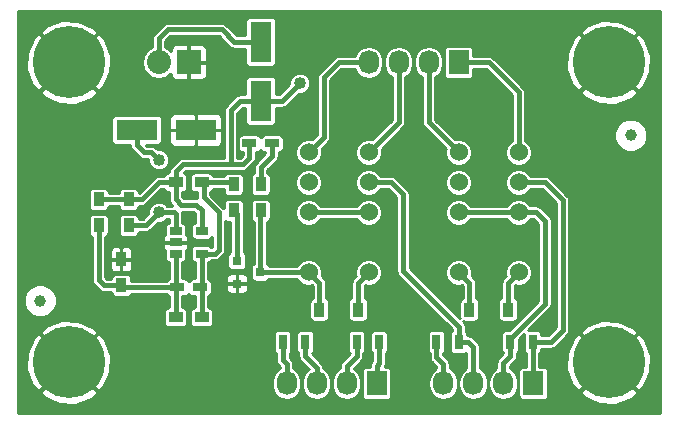
<source format=gbr>
G04 #@! TF.FileFunction,Copper,L1,Top,Signal*
%FSLAX46Y46*%
G04 Gerber Fmt 4.6, Leading zero omitted, Abs format (unit mm)*
G04 Created by KiCad (PCBNEW 4.0.5+dfsg1-4) date Tue Jul 17 10:21:43 2018*
%MOMM*%
%LPD*%
G01*
G04 APERTURE LIST*
%ADD10C,0.100000*%
%ADD11C,1.524000*%
%ADD12R,1.200000X0.750000*%
%ADD13R,3.500120X1.800860*%
%ADD14R,0.910000X1.220000*%
%ADD15R,0.800100X0.800100*%
%ADD16R,0.900000X1.200000*%
%ADD17R,1.200000X0.900000*%
%ADD18R,1.060000X0.650000*%
%ADD19R,1.727200X2.032000*%
%ADD20O,1.727200X2.032000*%
%ADD21R,2.032000X2.032000*%
%ADD22O,2.032000X2.032000*%
%ADD23C,6.096000*%
%ADD24R,1.800860X3.500120*%
%ADD25R,0.700000X1.300000*%
%ADD26C,1.000000*%
%ADD27C,1.016000*%
%ADD28C,0.381000*%
%ADD29C,0.254000*%
G04 APERTURE END LIST*
D10*
D11*
X91440000Y-96520000D03*
X91440000Y-93980000D03*
X91440000Y-91440000D03*
X91440000Y-101600000D03*
X96520000Y-101600000D03*
X96520000Y-96520000D03*
X96520000Y-93980000D03*
X96520000Y-91440000D03*
X78740000Y-96520000D03*
X78740000Y-93980000D03*
X78740000Y-91440000D03*
X78740000Y-101600000D03*
X83820000Y-101600000D03*
X83820000Y-96520000D03*
X83820000Y-93980000D03*
X83820000Y-91440000D03*
D12*
X69530000Y-102870000D03*
X67630000Y-102870000D03*
D13*
X64175640Y-89535000D03*
X69174360Y-89535000D03*
D14*
X95615000Y-104775000D03*
X92345000Y-104775000D03*
X82915000Y-104775000D03*
X79645000Y-104775000D03*
D12*
X73726000Y-90678000D03*
X75626000Y-90678000D03*
D15*
X72659240Y-100650000D03*
X72659240Y-102550000D03*
X74658220Y-101600000D03*
D16*
X60960000Y-95420000D03*
X60960000Y-97620000D03*
X62865000Y-102700000D03*
X62865000Y-100500000D03*
X63500000Y-95420000D03*
X63500000Y-97620000D03*
D17*
X69680000Y-105410000D03*
X67480000Y-105410000D03*
X67480000Y-93980000D03*
X69680000Y-93980000D03*
D16*
X72390000Y-96350000D03*
X72390000Y-94150000D03*
X74676000Y-94150000D03*
X74676000Y-96350000D03*
D18*
X67480000Y-98110000D03*
X67480000Y-99060000D03*
X67480000Y-100010000D03*
X69680000Y-100010000D03*
X69680000Y-98110000D03*
D19*
X91440000Y-83820000D03*
D20*
X88900000Y-83820000D03*
X86360000Y-83820000D03*
X83820000Y-83820000D03*
D21*
X68580000Y-83820000D03*
D22*
X66040000Y-83820000D03*
D19*
X97750000Y-111000000D03*
D20*
X95210000Y-111000000D03*
X92670000Y-111000000D03*
X90130000Y-111000000D03*
D19*
X84500000Y-111000000D03*
D20*
X81960000Y-111000000D03*
X79420000Y-111000000D03*
X76880000Y-111000000D03*
D23*
X58420000Y-83820000D03*
X104140000Y-83820000D03*
X58420000Y-109220000D03*
X104140000Y-109220000D03*
D24*
X74676000Y-87081360D03*
X74676000Y-82082640D03*
D25*
X97700000Y-107500000D03*
X95800000Y-107500000D03*
X91450000Y-107500000D03*
X89550000Y-107500000D03*
X84700000Y-107500000D03*
X82800000Y-107500000D03*
X78450000Y-107500000D03*
X76550000Y-107500000D03*
D26*
X106000000Y-90000000D03*
X56000000Y-104000000D03*
D27*
X66040000Y-96520000D03*
X66040000Y-92075000D03*
X77978000Y-85598000D03*
D28*
X71120000Y-96520000D02*
X69850000Y-95250000D01*
X71120000Y-96520000D02*
X71120000Y-99695000D01*
X71120000Y-99695000D02*
X70805000Y-100010000D01*
X69680000Y-100010000D02*
X70805000Y-100010000D01*
X69850000Y-95250000D02*
X69850000Y-94150000D01*
X69850000Y-94150000D02*
X69680000Y-93980000D01*
X69680000Y-93980000D02*
X72220000Y-93980000D01*
X72220000Y-93980000D02*
X72390000Y-94150000D01*
X69680000Y-100010000D02*
X69680000Y-102720000D01*
X69680000Y-102720000D02*
X69680000Y-105410000D01*
X62865000Y-102700000D02*
X61425000Y-102700000D01*
X60960000Y-102235000D02*
X60960000Y-97620000D01*
X61425000Y-102700000D02*
X60960000Y-102235000D01*
X67630000Y-102870000D02*
X63035000Y-102870000D01*
X63035000Y-102870000D02*
X62865000Y-102700000D01*
X67480000Y-100010000D02*
X67480000Y-102720000D01*
X67480000Y-102720000D02*
X67480000Y-105410000D01*
X67480000Y-98110000D02*
X67480000Y-96690000D01*
X67310000Y-96520000D02*
X66040000Y-96520000D01*
X67480000Y-96690000D02*
X67310000Y-96520000D01*
X66040000Y-96520000D02*
X64940000Y-97620000D01*
X64940000Y-97620000D02*
X63500000Y-97620000D01*
X66040000Y-92075000D02*
X65405000Y-91440000D01*
X65405000Y-91440000D02*
X64770000Y-91440000D01*
X64770000Y-91440000D02*
X64175640Y-90845640D01*
X64175640Y-90845640D02*
X64175640Y-89535000D01*
X69174360Y-84414360D02*
X68580000Y-83820000D01*
X74676000Y-82082640D02*
X72430640Y-82082640D01*
X66040000Y-81788000D02*
X66040000Y-83820000D01*
X66802000Y-81026000D02*
X66040000Y-81788000D01*
X71374000Y-81026000D02*
X66802000Y-81026000D01*
X72430640Y-82082640D02*
X71374000Y-81026000D01*
X74658220Y-101600000D02*
X74658220Y-96367780D01*
X74658220Y-96367780D02*
X74676000Y-96350000D01*
X74676000Y-101582220D02*
X74658220Y-101600000D01*
X74658220Y-101600000D02*
X76200000Y-101600000D01*
X76200000Y-101600000D02*
X78740000Y-101600000D01*
X79645000Y-104775000D02*
X79645000Y-102505000D01*
X79645000Y-102505000D02*
X78740000Y-101600000D01*
X92345000Y-104775000D02*
X92345000Y-102505000D01*
X92345000Y-102505000D02*
X91440000Y-101600000D01*
X75626000Y-90678000D02*
X75626000Y-91760000D01*
X74676000Y-92710000D02*
X74676000Y-94150000D01*
X75626000Y-91760000D02*
X74676000Y-92710000D01*
X95800000Y-107500000D02*
X95800000Y-107200000D01*
X95800000Y-107200000D02*
X98750000Y-104250000D01*
X98000000Y-96500000D02*
X96540000Y-96500000D01*
X98750000Y-97250000D02*
X98000000Y-96500000D01*
X98750000Y-104250000D02*
X98750000Y-97250000D01*
X96540000Y-96500000D02*
X96520000Y-96520000D01*
X95800000Y-107500000D02*
X95800000Y-108700000D01*
X95800000Y-108700000D02*
X95210000Y-109290000D01*
X95210000Y-109290000D02*
X95210000Y-111000000D01*
X84700000Y-107500000D02*
X84700000Y-109300000D01*
X84500000Y-109500000D02*
X84500000Y-111000000D01*
X84700000Y-109300000D02*
X84500000Y-109500000D01*
X96520000Y-96520000D02*
X91440000Y-96520000D01*
X82800000Y-107500000D02*
X82800000Y-108700000D01*
X81960000Y-109540000D02*
X81960000Y-111000000D01*
X82800000Y-108700000D02*
X81960000Y-109540000D01*
X88900000Y-83820000D02*
X88900000Y-88900000D01*
X88900000Y-88900000D02*
X91440000Y-91440000D01*
X97700000Y-107500000D02*
X99250000Y-107500000D01*
X98730000Y-93980000D02*
X96520000Y-93980000D01*
X100250000Y-95500000D02*
X98730000Y-93980000D01*
X100250000Y-106500000D02*
X100250000Y-95500000D01*
X99250000Y-107500000D02*
X100250000Y-106500000D01*
X97700000Y-107500000D02*
X97700000Y-110950000D01*
X97700000Y-110950000D02*
X97750000Y-111000000D01*
X91440000Y-83820000D02*
X93980000Y-83820000D01*
X96520000Y-86360000D02*
X96520000Y-91440000D01*
X93980000Y-83820000D02*
X96520000Y-86360000D01*
X89550000Y-107500000D02*
X89550000Y-108800000D01*
X90130000Y-109380000D02*
X90130000Y-111000000D01*
X89550000Y-108800000D02*
X90130000Y-109380000D01*
X78450000Y-107500000D02*
X78450000Y-108700000D01*
X79420000Y-109670000D02*
X79420000Y-111000000D01*
X78450000Y-108700000D02*
X79420000Y-109670000D01*
X83820000Y-96520000D02*
X81280000Y-96520000D01*
X81280000Y-96520000D02*
X78740000Y-96520000D01*
X76550000Y-107500000D02*
X76550000Y-109050000D01*
X76880000Y-109380000D02*
X76880000Y-111000000D01*
X76550000Y-109050000D02*
X76880000Y-109380000D01*
X83820000Y-83820000D02*
X81280000Y-83820000D01*
X80010000Y-90170000D02*
X78740000Y-91440000D01*
X80010000Y-85090000D02*
X80010000Y-90170000D01*
X81280000Y-83820000D02*
X80010000Y-85090000D01*
X91450000Y-107500000D02*
X91450000Y-106200000D01*
X85730000Y-93980000D02*
X83820000Y-93980000D01*
X86750000Y-95000000D02*
X85730000Y-93980000D01*
X86750000Y-101500000D02*
X86750000Y-95000000D01*
X91450000Y-106200000D02*
X86750000Y-101500000D01*
X91450000Y-107500000D02*
X92250000Y-107500000D01*
X92670000Y-107920000D02*
X92670000Y-111000000D01*
X92250000Y-107500000D02*
X92670000Y-107920000D01*
X86360000Y-83820000D02*
X86360000Y-88900000D01*
X86360000Y-88900000D02*
X83820000Y-91440000D01*
X72659240Y-100650000D02*
X72659240Y-96619240D01*
X72659240Y-96619240D02*
X72390000Y-96350000D01*
X69680000Y-98110000D02*
X69680000Y-96350000D01*
X69680000Y-96350000D02*
X69215000Y-95885000D01*
X69215000Y-95885000D02*
X67945000Y-95885000D01*
X67945000Y-95885000D02*
X67480000Y-95420000D01*
X74676000Y-87081360D02*
X72938640Y-87081360D01*
X72136000Y-87884000D02*
X72136000Y-92456000D01*
X72938640Y-87081360D02*
X72136000Y-87884000D01*
X67480000Y-93980000D02*
X67480000Y-93048000D01*
X67480000Y-93048000D02*
X68072000Y-92456000D01*
X68072000Y-92456000D02*
X68834000Y-92456000D01*
X72136000Y-92456000D02*
X68834000Y-92456000D01*
X73726000Y-91882000D02*
X73152000Y-92456000D01*
X73726000Y-91882000D02*
X73726000Y-90678000D01*
X73152000Y-92456000D02*
X72136000Y-92456000D01*
X74676000Y-87081360D02*
X76494640Y-87081360D01*
X76494640Y-87081360D02*
X77978000Y-85598000D01*
X82915000Y-104775000D02*
X82915000Y-102505000D01*
X82915000Y-102505000D02*
X83820000Y-101600000D01*
X95615000Y-104775000D02*
X95615000Y-102505000D01*
X95615000Y-102505000D02*
X96520000Y-101600000D01*
X67480000Y-95420000D02*
X67480000Y-93980000D01*
X63500000Y-95420000D02*
X64600000Y-95420000D01*
X66040000Y-93980000D02*
X67480000Y-93980000D01*
X64600000Y-95420000D02*
X66040000Y-93980000D01*
X63500000Y-95420000D02*
X60960000Y-95420000D01*
D29*
G36*
X108458000Y-113538000D02*
X54102000Y-113538000D01*
X54102000Y-111702894D01*
X55955066Y-111702894D01*
X56299174Y-112160673D01*
X57585959Y-112748432D01*
X58999719Y-112799020D01*
X60325222Y-112304734D01*
X60540826Y-112160673D01*
X60884934Y-111702894D01*
X58420000Y-109237961D01*
X55955066Y-111702894D01*
X54102000Y-111702894D01*
X54102000Y-109799719D01*
X54840980Y-109799719D01*
X55335266Y-111125222D01*
X55479327Y-111340826D01*
X55937106Y-111684934D01*
X58402039Y-109220000D01*
X58437961Y-109220000D01*
X60902894Y-111684934D01*
X61360673Y-111340826D01*
X61598462Y-110820231D01*
X75635400Y-110820231D01*
X75635400Y-111179769D01*
X75730140Y-111656057D01*
X75999935Y-112059834D01*
X76403712Y-112329629D01*
X76880000Y-112424369D01*
X77356288Y-112329629D01*
X77760065Y-112059834D01*
X78029860Y-111656057D01*
X78124600Y-111179769D01*
X78124600Y-110820231D01*
X78029860Y-110343943D01*
X77760065Y-109940166D01*
X77451500Y-109733990D01*
X77451500Y-109380000D01*
X77407997Y-109161296D01*
X77284112Y-108975888D01*
X77284109Y-108975886D01*
X77121500Y-108813277D01*
X77121500Y-108460219D01*
X77170865Y-108428454D01*
X77257859Y-108301134D01*
X77288464Y-108150000D01*
X77288464Y-106850000D01*
X77711536Y-106850000D01*
X77711536Y-108150000D01*
X77738103Y-108291190D01*
X77821546Y-108420865D01*
X77878500Y-108459780D01*
X77878500Y-108699995D01*
X77878499Y-108700000D01*
X77908735Y-108852003D01*
X77922003Y-108918704D01*
X77960212Y-108975888D01*
X78045888Y-109104112D01*
X78744954Y-109803177D01*
X78539935Y-109940166D01*
X78270140Y-110343943D01*
X78175400Y-110820231D01*
X78175400Y-111179769D01*
X78270140Y-111656057D01*
X78539935Y-112059834D01*
X78943712Y-112329629D01*
X79420000Y-112424369D01*
X79896288Y-112329629D01*
X80300065Y-112059834D01*
X80569860Y-111656057D01*
X80664600Y-111179769D01*
X80664600Y-110820231D01*
X80715400Y-110820231D01*
X80715400Y-111179769D01*
X80810140Y-111656057D01*
X81079935Y-112059834D01*
X81483712Y-112329629D01*
X81960000Y-112424369D01*
X82436288Y-112329629D01*
X82840065Y-112059834D01*
X83109860Y-111656057D01*
X83204600Y-111179769D01*
X83204600Y-110820231D01*
X83109860Y-110343943D01*
X82869354Y-109984000D01*
X83247936Y-109984000D01*
X83247936Y-112016000D01*
X83274503Y-112157190D01*
X83357946Y-112286865D01*
X83485266Y-112373859D01*
X83636400Y-112404464D01*
X85363600Y-112404464D01*
X85504790Y-112377897D01*
X85634465Y-112294454D01*
X85721459Y-112167134D01*
X85752064Y-112016000D01*
X85752064Y-109984000D01*
X85725497Y-109842810D01*
X85642054Y-109713135D01*
X85514734Y-109626141D01*
X85363600Y-109595536D01*
X85176660Y-109595536D01*
X85227997Y-109518704D01*
X85227998Y-109518703D01*
X85271501Y-109300000D01*
X85271500Y-109299995D01*
X85271500Y-108460219D01*
X85320865Y-108428454D01*
X85407859Y-108301134D01*
X85438464Y-108150000D01*
X85438464Y-106850000D01*
X88811536Y-106850000D01*
X88811536Y-108150000D01*
X88838103Y-108291190D01*
X88921546Y-108420865D01*
X88978500Y-108459780D01*
X88978500Y-108799995D01*
X88978499Y-108800000D01*
X89004060Y-108928500D01*
X89022003Y-109018704D01*
X89117280Y-109161297D01*
X89145888Y-109204112D01*
X89558500Y-109616723D01*
X89558500Y-109733990D01*
X89249935Y-109940166D01*
X88980140Y-110343943D01*
X88885400Y-110820231D01*
X88885400Y-111179769D01*
X88980140Y-111656057D01*
X89249935Y-112059834D01*
X89653712Y-112329629D01*
X90130000Y-112424369D01*
X90606288Y-112329629D01*
X91010065Y-112059834D01*
X91279860Y-111656057D01*
X91374600Y-111179769D01*
X91374600Y-110820231D01*
X91279860Y-110343943D01*
X91010065Y-109940166D01*
X90701500Y-109733990D01*
X90701500Y-109380005D01*
X90701501Y-109380000D01*
X90657997Y-109161297D01*
X90657997Y-109161296D01*
X90534112Y-108975888D01*
X90534109Y-108975886D01*
X90121500Y-108563276D01*
X90121500Y-108460219D01*
X90170865Y-108428454D01*
X90257859Y-108301134D01*
X90288464Y-108150000D01*
X90288464Y-106850000D01*
X90261897Y-106708810D01*
X90178454Y-106579135D01*
X90051134Y-106492141D01*
X89900000Y-106461536D01*
X89200000Y-106461536D01*
X89058810Y-106488103D01*
X88929135Y-106571546D01*
X88842141Y-106698866D01*
X88811536Y-106850000D01*
X85438464Y-106850000D01*
X85411897Y-106708810D01*
X85328454Y-106579135D01*
X85201134Y-106492141D01*
X85050000Y-106461536D01*
X84350000Y-106461536D01*
X84208810Y-106488103D01*
X84079135Y-106571546D01*
X83992141Y-106698866D01*
X83961536Y-106850000D01*
X83961536Y-108150000D01*
X83988103Y-108291190D01*
X84071546Y-108420865D01*
X84128500Y-108459780D01*
X84128500Y-109063276D01*
X84095888Y-109095888D01*
X83972003Y-109281296D01*
X83972003Y-109281297D01*
X83928499Y-109500000D01*
X83928500Y-109500005D01*
X83928500Y-109595536D01*
X83636400Y-109595536D01*
X83495210Y-109622103D01*
X83365535Y-109705546D01*
X83278541Y-109832866D01*
X83247936Y-109984000D01*
X82869354Y-109984000D01*
X82840065Y-109940166D01*
X82557117Y-109751106D01*
X83204109Y-109104114D01*
X83204112Y-109104112D01*
X83327997Y-108918704D01*
X83371500Y-108700000D01*
X83371500Y-108460219D01*
X83420865Y-108428454D01*
X83507859Y-108301134D01*
X83538464Y-108150000D01*
X83538464Y-106850000D01*
X83511897Y-106708810D01*
X83428454Y-106579135D01*
X83301134Y-106492141D01*
X83150000Y-106461536D01*
X82450000Y-106461536D01*
X82308810Y-106488103D01*
X82179135Y-106571546D01*
X82092141Y-106698866D01*
X82061536Y-106850000D01*
X82061536Y-108150000D01*
X82088103Y-108291190D01*
X82171546Y-108420865D01*
X82228500Y-108459780D01*
X82228500Y-108463277D01*
X81555888Y-109135888D01*
X81432003Y-109321296D01*
X81432003Y-109321297D01*
X81388499Y-109540000D01*
X81388500Y-109540005D01*
X81388500Y-109733990D01*
X81079935Y-109940166D01*
X80810140Y-110343943D01*
X80715400Y-110820231D01*
X80664600Y-110820231D01*
X80569860Y-110343943D01*
X80300065Y-109940166D01*
X79991500Y-109733990D01*
X79991500Y-109670005D01*
X79991501Y-109670000D01*
X79947997Y-109451297D01*
X79947997Y-109451296D01*
X79824112Y-109265888D01*
X79824109Y-109265886D01*
X79021500Y-108463276D01*
X79021500Y-108460219D01*
X79070865Y-108428454D01*
X79157859Y-108301134D01*
X79188464Y-108150000D01*
X79188464Y-106850000D01*
X79161897Y-106708810D01*
X79078454Y-106579135D01*
X78951134Y-106492141D01*
X78800000Y-106461536D01*
X78100000Y-106461536D01*
X77958810Y-106488103D01*
X77829135Y-106571546D01*
X77742141Y-106698866D01*
X77711536Y-106850000D01*
X77288464Y-106850000D01*
X77261897Y-106708810D01*
X77178454Y-106579135D01*
X77051134Y-106492141D01*
X76900000Y-106461536D01*
X76200000Y-106461536D01*
X76058810Y-106488103D01*
X75929135Y-106571546D01*
X75842141Y-106698866D01*
X75811536Y-106850000D01*
X75811536Y-108150000D01*
X75838103Y-108291190D01*
X75921546Y-108420865D01*
X75978500Y-108459780D01*
X75978500Y-109049995D01*
X75978499Y-109050000D01*
X76000638Y-109161296D01*
X76022003Y-109268704D01*
X76090689Y-109371500D01*
X76145888Y-109454112D01*
X76308500Y-109616724D01*
X76308500Y-109733990D01*
X75999935Y-109940166D01*
X75730140Y-110343943D01*
X75635400Y-110820231D01*
X61598462Y-110820231D01*
X61948432Y-110054041D01*
X61999020Y-108640281D01*
X61504734Y-107314778D01*
X61360673Y-107099174D01*
X60902894Y-106755066D01*
X58437961Y-109220000D01*
X58402039Y-109220000D01*
X55937106Y-106755066D01*
X55479327Y-107099174D01*
X54891568Y-108385959D01*
X54840980Y-109799719D01*
X54102000Y-109799719D01*
X54102000Y-106737106D01*
X55955066Y-106737106D01*
X58420000Y-109202039D01*
X60884934Y-106737106D01*
X60540826Y-106279327D01*
X59254041Y-105691568D01*
X57840281Y-105640980D01*
X56514778Y-106135266D01*
X56299174Y-106279327D01*
X55955066Y-106737106D01*
X54102000Y-106737106D01*
X54102000Y-104276661D01*
X54602758Y-104276661D01*
X54814990Y-104790303D01*
X55207630Y-105183629D01*
X55720900Y-105396757D01*
X56276661Y-105397242D01*
X56790303Y-105185010D01*
X57183629Y-104792370D01*
X57396757Y-104279100D01*
X57397242Y-103723339D01*
X57185010Y-103209697D01*
X56792370Y-102816371D01*
X56279100Y-102603243D01*
X55723339Y-102602758D01*
X55209697Y-102814990D01*
X54816371Y-103207630D01*
X54603243Y-103720900D01*
X54602758Y-104276661D01*
X54102000Y-104276661D01*
X54102000Y-94820000D01*
X60121536Y-94820000D01*
X60121536Y-96020000D01*
X60148103Y-96161190D01*
X60231546Y-96290865D01*
X60358866Y-96377859D01*
X60510000Y-96408464D01*
X61410000Y-96408464D01*
X61551190Y-96381897D01*
X61680865Y-96298454D01*
X61767859Y-96171134D01*
X61798464Y-96020000D01*
X61798464Y-95991500D01*
X62661536Y-95991500D01*
X62661536Y-96020000D01*
X62688103Y-96161190D01*
X62771546Y-96290865D01*
X62898866Y-96377859D01*
X63050000Y-96408464D01*
X63950000Y-96408464D01*
X64091190Y-96381897D01*
X64220865Y-96298454D01*
X64307859Y-96171134D01*
X64338464Y-96020000D01*
X64338464Y-95991500D01*
X64599995Y-95991500D01*
X64600000Y-95991501D01*
X64782418Y-95955215D01*
X64818704Y-95947997D01*
X65004112Y-95824112D01*
X66276723Y-94551500D01*
X66514398Y-94551500D01*
X66518103Y-94571190D01*
X66601546Y-94700865D01*
X66728866Y-94787859D01*
X66880000Y-94818464D01*
X66908500Y-94818464D01*
X66908500Y-95419995D01*
X66908499Y-95420000D01*
X66929982Y-95527997D01*
X66952003Y-95638704D01*
X67026368Y-95750000D01*
X67075888Y-95824112D01*
X67200276Y-95948500D01*
X66725637Y-95948500D01*
X66544236Y-95766782D01*
X66217609Y-95631154D01*
X65863943Y-95630846D01*
X65537080Y-95765903D01*
X65286782Y-96015764D01*
X65151154Y-96342391D01*
X65150929Y-96600848D01*
X64703276Y-97048500D01*
X64338464Y-97048500D01*
X64338464Y-97020000D01*
X64311897Y-96878810D01*
X64228454Y-96749135D01*
X64101134Y-96662141D01*
X63950000Y-96631536D01*
X63050000Y-96631536D01*
X62908810Y-96658103D01*
X62779135Y-96741546D01*
X62692141Y-96868866D01*
X62661536Y-97020000D01*
X62661536Y-98220000D01*
X62688103Y-98361190D01*
X62771546Y-98490865D01*
X62898866Y-98577859D01*
X63050000Y-98608464D01*
X63950000Y-98608464D01*
X64091190Y-98581897D01*
X64220865Y-98498454D01*
X64307859Y-98371134D01*
X64338464Y-98220000D01*
X64338464Y-98191500D01*
X64939995Y-98191500D01*
X64940000Y-98191501D01*
X65122418Y-98155215D01*
X65158704Y-98147997D01*
X65344112Y-98024112D01*
X65959293Y-97408930D01*
X66216057Y-97409154D01*
X66542920Y-97274097D01*
X66725836Y-97091500D01*
X66908500Y-97091500D01*
X66908500Y-97404345D01*
X66808810Y-97423103D01*
X66679135Y-97506546D01*
X66592141Y-97633866D01*
X66561536Y-97785000D01*
X66561536Y-98405044D01*
X66519339Y-98447241D01*
X66442000Y-98633952D01*
X66442000Y-98920300D01*
X66569000Y-99047300D01*
X67467300Y-99047300D01*
X67467300Y-99027300D01*
X67492700Y-99027300D01*
X67492700Y-99047300D01*
X68391000Y-99047300D01*
X68518000Y-98920300D01*
X68518000Y-98633952D01*
X68440661Y-98447241D01*
X68398464Y-98405044D01*
X68398464Y-97785000D01*
X68371897Y-97643810D01*
X68288454Y-97514135D01*
X68161134Y-97427141D01*
X68051500Y-97404940D01*
X68051500Y-96690000D01*
X68007997Y-96471296D01*
X67998111Y-96456500D01*
X68978276Y-96456500D01*
X69108500Y-96586723D01*
X69108500Y-97404345D01*
X69008810Y-97423103D01*
X68879135Y-97506546D01*
X68792141Y-97633866D01*
X68761536Y-97785000D01*
X68761536Y-98435000D01*
X68788103Y-98576190D01*
X68871546Y-98705865D01*
X68998866Y-98792859D01*
X69150000Y-98823464D01*
X70210000Y-98823464D01*
X70351190Y-98796897D01*
X70480865Y-98713454D01*
X70548500Y-98614467D01*
X70548500Y-99438500D01*
X70504132Y-99438500D01*
X70488454Y-99414135D01*
X70361134Y-99327141D01*
X70210000Y-99296536D01*
X69150000Y-99296536D01*
X69008810Y-99323103D01*
X68879135Y-99406546D01*
X68792141Y-99533866D01*
X68761536Y-99685000D01*
X68761536Y-100335000D01*
X68788103Y-100476190D01*
X68871546Y-100605865D01*
X68998866Y-100692859D01*
X69108500Y-100715060D01*
X69108500Y-102106536D01*
X68930000Y-102106536D01*
X68788810Y-102133103D01*
X68659135Y-102216546D01*
X68579020Y-102333798D01*
X68508454Y-102224135D01*
X68381134Y-102137141D01*
X68230000Y-102106536D01*
X68051500Y-102106536D01*
X68051500Y-100715655D01*
X68151190Y-100696897D01*
X68280865Y-100613454D01*
X68367859Y-100486134D01*
X68398464Y-100335000D01*
X68398464Y-99714956D01*
X68440661Y-99672759D01*
X68518000Y-99486048D01*
X68518000Y-99199700D01*
X68391000Y-99072700D01*
X67492700Y-99072700D01*
X67492700Y-99092700D01*
X67467300Y-99092700D01*
X67467300Y-99072700D01*
X66569000Y-99072700D01*
X66442000Y-99199700D01*
X66442000Y-99486048D01*
X66519339Y-99672759D01*
X66561536Y-99714956D01*
X66561536Y-100335000D01*
X66588103Y-100476190D01*
X66671546Y-100605865D01*
X66798866Y-100692859D01*
X66908500Y-100715060D01*
X66908500Y-102129398D01*
X66888810Y-102133103D01*
X66759135Y-102216546D01*
X66703138Y-102298500D01*
X63703464Y-102298500D01*
X63703464Y-102100000D01*
X63676897Y-101958810D01*
X63593454Y-101829135D01*
X63466134Y-101742141D01*
X63315000Y-101711536D01*
X62415000Y-101711536D01*
X62273810Y-101738103D01*
X62144135Y-101821546D01*
X62057141Y-101948866D01*
X62026536Y-102100000D01*
X62026536Y-102128500D01*
X61661723Y-102128500D01*
X61531500Y-101998276D01*
X61531500Y-100639700D01*
X61907000Y-100639700D01*
X61907000Y-101201047D01*
X61984338Y-101387758D01*
X62127241Y-101530661D01*
X62313952Y-101608000D01*
X62725300Y-101608000D01*
X62852300Y-101481000D01*
X62852300Y-100512700D01*
X62877700Y-100512700D01*
X62877700Y-101481000D01*
X63004700Y-101608000D01*
X63416048Y-101608000D01*
X63602759Y-101530661D01*
X63745662Y-101387758D01*
X63823000Y-101201047D01*
X63823000Y-100639700D01*
X63696000Y-100512700D01*
X62877700Y-100512700D01*
X62852300Y-100512700D01*
X62034000Y-100512700D01*
X61907000Y-100639700D01*
X61531500Y-100639700D01*
X61531500Y-99798953D01*
X61907000Y-99798953D01*
X61907000Y-100360300D01*
X62034000Y-100487300D01*
X62852300Y-100487300D01*
X62852300Y-99519000D01*
X62877700Y-99519000D01*
X62877700Y-100487300D01*
X63696000Y-100487300D01*
X63823000Y-100360300D01*
X63823000Y-99798953D01*
X63745662Y-99612242D01*
X63602759Y-99469339D01*
X63416048Y-99392000D01*
X63004700Y-99392000D01*
X62877700Y-99519000D01*
X62852300Y-99519000D01*
X62725300Y-99392000D01*
X62313952Y-99392000D01*
X62127241Y-99469339D01*
X61984338Y-99612242D01*
X61907000Y-99798953D01*
X61531500Y-99798953D01*
X61531500Y-98585602D01*
X61551190Y-98581897D01*
X61680865Y-98498454D01*
X61767859Y-98371134D01*
X61798464Y-98220000D01*
X61798464Y-97020000D01*
X61771897Y-96878810D01*
X61688454Y-96749135D01*
X61561134Y-96662141D01*
X61410000Y-96631536D01*
X60510000Y-96631536D01*
X60368810Y-96658103D01*
X60239135Y-96741546D01*
X60152141Y-96868866D01*
X60121536Y-97020000D01*
X60121536Y-98220000D01*
X60148103Y-98361190D01*
X60231546Y-98490865D01*
X60358866Y-98577859D01*
X60388500Y-98583860D01*
X60388500Y-102234995D01*
X60388499Y-102235000D01*
X60412948Y-102357909D01*
X60432003Y-102453704D01*
X60509411Y-102569554D01*
X60555888Y-102639112D01*
X61020886Y-103104109D01*
X61020888Y-103104112D01*
X61206296Y-103227997D01*
X61425000Y-103271500D01*
X62026536Y-103271500D01*
X62026536Y-103300000D01*
X62053103Y-103441190D01*
X62136546Y-103570865D01*
X62263866Y-103657859D01*
X62415000Y-103688464D01*
X63315000Y-103688464D01*
X63456190Y-103661897D01*
X63585865Y-103578454D01*
X63672859Y-103451134D01*
X63674810Y-103441500D01*
X66703694Y-103441500D01*
X66751546Y-103515865D01*
X66878866Y-103602859D01*
X66908500Y-103608860D01*
X66908500Y-104571536D01*
X66880000Y-104571536D01*
X66738810Y-104598103D01*
X66609135Y-104681546D01*
X66522141Y-104808866D01*
X66491536Y-104960000D01*
X66491536Y-105860000D01*
X66518103Y-106001190D01*
X66601546Y-106130865D01*
X66728866Y-106217859D01*
X66880000Y-106248464D01*
X68080000Y-106248464D01*
X68221190Y-106221897D01*
X68350865Y-106138454D01*
X68437859Y-106011134D01*
X68468464Y-105860000D01*
X68468464Y-104960000D01*
X68441897Y-104818810D01*
X68358454Y-104689135D01*
X68231134Y-104602141D01*
X68080000Y-104571536D01*
X68051500Y-104571536D01*
X68051500Y-103633464D01*
X68230000Y-103633464D01*
X68371190Y-103606897D01*
X68500865Y-103523454D01*
X68580980Y-103406202D01*
X68651546Y-103515865D01*
X68778866Y-103602859D01*
X68930000Y-103633464D01*
X69108500Y-103633464D01*
X69108500Y-104571536D01*
X69080000Y-104571536D01*
X68938810Y-104598103D01*
X68809135Y-104681546D01*
X68722141Y-104808866D01*
X68691536Y-104960000D01*
X68691536Y-105860000D01*
X68718103Y-106001190D01*
X68801546Y-106130865D01*
X68928866Y-106217859D01*
X69080000Y-106248464D01*
X70280000Y-106248464D01*
X70421190Y-106221897D01*
X70550865Y-106138454D01*
X70637859Y-106011134D01*
X70668464Y-105860000D01*
X70668464Y-104960000D01*
X70641897Y-104818810D01*
X70558454Y-104689135D01*
X70431134Y-104602141D01*
X70280000Y-104571536D01*
X70251500Y-104571536D01*
X70251500Y-103610602D01*
X70271190Y-103606897D01*
X70400865Y-103523454D01*
X70487859Y-103396134D01*
X70518464Y-103245000D01*
X70518464Y-102689700D01*
X71751190Y-102689700D01*
X71751190Y-103051097D01*
X71828528Y-103237808D01*
X71971431Y-103380711D01*
X72158142Y-103458050D01*
X72519540Y-103458050D01*
X72646540Y-103331050D01*
X72646540Y-102562700D01*
X72671940Y-102562700D01*
X72671940Y-103331050D01*
X72798940Y-103458050D01*
X73160338Y-103458050D01*
X73347049Y-103380711D01*
X73489952Y-103237808D01*
X73567290Y-103051097D01*
X73567290Y-102689700D01*
X73440290Y-102562700D01*
X72671940Y-102562700D01*
X72646540Y-102562700D01*
X71878190Y-102562700D01*
X71751190Y-102689700D01*
X70518464Y-102689700D01*
X70518464Y-102495000D01*
X70491897Y-102353810D01*
X70408454Y-102224135D01*
X70281134Y-102137141D01*
X70251500Y-102131140D01*
X70251500Y-102048903D01*
X71751190Y-102048903D01*
X71751190Y-102410300D01*
X71878190Y-102537300D01*
X72646540Y-102537300D01*
X72646540Y-101768950D01*
X72671940Y-101768950D01*
X72671940Y-102537300D01*
X73440290Y-102537300D01*
X73567290Y-102410300D01*
X73567290Y-102048903D01*
X73489952Y-101862192D01*
X73347049Y-101719289D01*
X73160338Y-101641950D01*
X72798940Y-101641950D01*
X72671940Y-101768950D01*
X72646540Y-101768950D01*
X72519540Y-101641950D01*
X72158142Y-101641950D01*
X71971431Y-101719289D01*
X71828528Y-101862192D01*
X71751190Y-102048903D01*
X70251500Y-102048903D01*
X70251500Y-100715655D01*
X70351190Y-100696897D01*
X70480865Y-100613454D01*
X70502698Y-100581500D01*
X70804995Y-100581500D01*
X70805000Y-100581501D01*
X70987418Y-100545215D01*
X71023704Y-100537997D01*
X71209112Y-100414112D01*
X71524109Y-100099114D01*
X71524112Y-100099112D01*
X71647997Y-99913704D01*
X71691500Y-99695000D01*
X71691500Y-97241332D01*
X71788866Y-97307859D01*
X71940000Y-97338464D01*
X72087740Y-97338464D01*
X72087740Y-99907525D01*
X71988325Y-99971496D01*
X71901331Y-100098816D01*
X71870726Y-100249950D01*
X71870726Y-101050050D01*
X71897293Y-101191240D01*
X71980736Y-101320915D01*
X72108056Y-101407909D01*
X72259190Y-101438514D01*
X73059290Y-101438514D01*
X73200480Y-101411947D01*
X73330155Y-101328504D01*
X73417149Y-101201184D01*
X73447754Y-101050050D01*
X73447754Y-100249950D01*
X73421187Y-100108760D01*
X73337744Y-99979085D01*
X73230740Y-99905972D01*
X73230740Y-96619245D01*
X73230741Y-96619240D01*
X73228464Y-96607793D01*
X73228464Y-95750000D01*
X73837536Y-95750000D01*
X73837536Y-96950000D01*
X73864103Y-97091190D01*
X73947546Y-97220865D01*
X74074866Y-97307859D01*
X74086720Y-97310259D01*
X74086720Y-100857525D01*
X73987305Y-100921496D01*
X73900311Y-101048816D01*
X73869706Y-101199950D01*
X73869706Y-102000050D01*
X73896273Y-102141240D01*
X73979716Y-102270915D01*
X74107036Y-102357909D01*
X74258170Y-102388514D01*
X75058270Y-102388514D01*
X75199460Y-102361947D01*
X75329135Y-102278504D01*
X75402248Y-102171500D01*
X77739411Y-102171500D01*
X77770446Y-102246612D01*
X78091697Y-102568423D01*
X78511646Y-102742801D01*
X78966359Y-102743198D01*
X79043218Y-102711441D01*
X79073500Y-102741723D01*
X79073500Y-103798457D01*
X79048810Y-103803103D01*
X78919135Y-103886546D01*
X78832141Y-104013866D01*
X78801536Y-104165000D01*
X78801536Y-105385000D01*
X78828103Y-105526190D01*
X78911546Y-105655865D01*
X79038866Y-105742859D01*
X79190000Y-105773464D01*
X80100000Y-105773464D01*
X80241190Y-105746897D01*
X80370865Y-105663454D01*
X80457859Y-105536134D01*
X80488464Y-105385000D01*
X80488464Y-104165000D01*
X82071536Y-104165000D01*
X82071536Y-105385000D01*
X82098103Y-105526190D01*
X82181546Y-105655865D01*
X82308866Y-105742859D01*
X82460000Y-105773464D01*
X83370000Y-105773464D01*
X83511190Y-105746897D01*
X83640865Y-105663454D01*
X83727859Y-105536134D01*
X83758464Y-105385000D01*
X83758464Y-104165000D01*
X83731897Y-104023810D01*
X83648454Y-103894135D01*
X83521134Y-103807141D01*
X83486500Y-103800128D01*
X83486500Y-102741724D01*
X83516589Y-102711635D01*
X83591646Y-102742801D01*
X84046359Y-102743198D01*
X84466612Y-102569554D01*
X84788423Y-102248303D01*
X84962801Y-101828354D01*
X84963198Y-101373641D01*
X84789554Y-100953388D01*
X84468303Y-100631577D01*
X84048354Y-100457199D01*
X83593641Y-100456802D01*
X83173388Y-100630446D01*
X82851577Y-100951697D01*
X82677199Y-101371646D01*
X82676802Y-101826359D01*
X82708559Y-101903217D01*
X82510888Y-102100888D01*
X82387003Y-102286296D01*
X82381117Y-102315888D01*
X82343499Y-102505000D01*
X82343500Y-102505005D01*
X82343500Y-103798457D01*
X82318810Y-103803103D01*
X82189135Y-103886546D01*
X82102141Y-104013866D01*
X82071536Y-104165000D01*
X80488464Y-104165000D01*
X80461897Y-104023810D01*
X80378454Y-103894135D01*
X80251134Y-103807141D01*
X80216500Y-103800128D01*
X80216500Y-102505000D01*
X80172997Y-102286296D01*
X80049112Y-102100888D01*
X80049109Y-102100886D01*
X79851635Y-101903411D01*
X79882801Y-101828354D01*
X79883198Y-101373641D01*
X79709554Y-100953388D01*
X79388303Y-100631577D01*
X78968354Y-100457199D01*
X78513641Y-100456802D01*
X78093388Y-100630446D01*
X77771577Y-100951697D01*
X77739686Y-101028500D01*
X75400695Y-101028500D01*
X75336724Y-100929085D01*
X75229720Y-100855972D01*
X75229720Y-97318948D01*
X75267190Y-97311897D01*
X75396865Y-97228454D01*
X75483859Y-97101134D01*
X75514464Y-96950000D01*
X75514464Y-96746359D01*
X77596802Y-96746359D01*
X77770446Y-97166612D01*
X78091697Y-97488423D01*
X78511646Y-97662801D01*
X78966359Y-97663198D01*
X79386612Y-97489554D01*
X79708423Y-97168303D01*
X79740314Y-97091500D01*
X82819411Y-97091500D01*
X82850446Y-97166612D01*
X83171697Y-97488423D01*
X83591646Y-97662801D01*
X84046359Y-97663198D01*
X84466612Y-97489554D01*
X84788423Y-97168303D01*
X84962801Y-96748354D01*
X84963198Y-96293641D01*
X84789554Y-95873388D01*
X84468303Y-95551577D01*
X84048354Y-95377199D01*
X83593641Y-95376802D01*
X83173388Y-95550446D01*
X82851577Y-95871697D01*
X82819686Y-95948500D01*
X79740589Y-95948500D01*
X79709554Y-95873388D01*
X79388303Y-95551577D01*
X78968354Y-95377199D01*
X78513641Y-95376802D01*
X78093388Y-95550446D01*
X77771577Y-95871697D01*
X77597199Y-96291646D01*
X77596802Y-96746359D01*
X75514464Y-96746359D01*
X75514464Y-95750000D01*
X75487897Y-95608810D01*
X75404454Y-95479135D01*
X75277134Y-95392141D01*
X75126000Y-95361536D01*
X74226000Y-95361536D01*
X74084810Y-95388103D01*
X73955135Y-95471546D01*
X73868141Y-95598866D01*
X73837536Y-95750000D01*
X73228464Y-95750000D01*
X73201897Y-95608810D01*
X73118454Y-95479135D01*
X72991134Y-95392141D01*
X72840000Y-95361536D01*
X71940000Y-95361536D01*
X71798810Y-95388103D01*
X71669135Y-95471546D01*
X71582141Y-95598866D01*
X71551536Y-95750000D01*
X71551536Y-96156931D01*
X71524112Y-96115888D01*
X71524109Y-96115886D01*
X70421500Y-95013276D01*
X70421500Y-94791698D01*
X70550865Y-94708454D01*
X70637859Y-94581134D01*
X70643860Y-94551500D01*
X71551536Y-94551500D01*
X71551536Y-94750000D01*
X71578103Y-94891190D01*
X71661546Y-95020865D01*
X71788866Y-95107859D01*
X71940000Y-95138464D01*
X72840000Y-95138464D01*
X72981190Y-95111897D01*
X73110865Y-95028454D01*
X73197859Y-94901134D01*
X73228464Y-94750000D01*
X73228464Y-93550000D01*
X73201897Y-93408810D01*
X73118454Y-93279135D01*
X72991134Y-93192141D01*
X72840000Y-93161536D01*
X71940000Y-93161536D01*
X71798810Y-93188103D01*
X71669135Y-93271546D01*
X71582141Y-93398866D01*
X71580190Y-93408500D01*
X70645602Y-93408500D01*
X70641897Y-93388810D01*
X70558454Y-93259135D01*
X70431134Y-93172141D01*
X70280000Y-93141536D01*
X69080000Y-93141536D01*
X68938810Y-93168103D01*
X68809135Y-93251546D01*
X68722141Y-93378866D01*
X68691536Y-93530000D01*
X68691536Y-94430000D01*
X68718103Y-94571190D01*
X68801546Y-94700865D01*
X68928866Y-94787859D01*
X69080000Y-94818464D01*
X69278500Y-94818464D01*
X69278500Y-95249995D01*
X69278499Y-95250000D01*
X69294267Y-95329267D01*
X69215000Y-95313499D01*
X69214995Y-95313500D01*
X68181723Y-95313500D01*
X68051500Y-95183276D01*
X68051500Y-94818464D01*
X68080000Y-94818464D01*
X68221190Y-94791897D01*
X68350865Y-94708454D01*
X68437859Y-94581134D01*
X68468464Y-94430000D01*
X68468464Y-93530000D01*
X68441897Y-93388810D01*
X68358454Y-93259135D01*
X68231134Y-93172141D01*
X68175374Y-93160849D01*
X68308723Y-93027500D01*
X73151995Y-93027500D01*
X73152000Y-93027501D01*
X73334418Y-92991215D01*
X73370704Y-92983997D01*
X73556112Y-92860112D01*
X74130109Y-92286114D01*
X74130112Y-92286112D01*
X74253997Y-92100704D01*
X74253998Y-92100703D01*
X74297501Y-91882000D01*
X74297500Y-91881995D01*
X74297500Y-91441464D01*
X74326000Y-91441464D01*
X74467190Y-91414897D01*
X74596865Y-91331454D01*
X74676980Y-91214202D01*
X74747546Y-91323865D01*
X74874866Y-91410859D01*
X75026000Y-91441464D01*
X75054500Y-91441464D01*
X75054500Y-91523277D01*
X74271888Y-92305888D01*
X74148003Y-92491296D01*
X74148003Y-92491297D01*
X74104499Y-92710000D01*
X74104500Y-92710005D01*
X74104500Y-93184398D01*
X74084810Y-93188103D01*
X73955135Y-93271546D01*
X73868141Y-93398866D01*
X73837536Y-93550000D01*
X73837536Y-94750000D01*
X73864103Y-94891190D01*
X73947546Y-95020865D01*
X74074866Y-95107859D01*
X74226000Y-95138464D01*
X75126000Y-95138464D01*
X75267190Y-95111897D01*
X75396865Y-95028454D01*
X75483859Y-94901134D01*
X75514464Y-94750000D01*
X75514464Y-94206359D01*
X77596802Y-94206359D01*
X77770446Y-94626612D01*
X78091697Y-94948423D01*
X78511646Y-95122801D01*
X78966359Y-95123198D01*
X79386612Y-94949554D01*
X79708423Y-94628303D01*
X79882801Y-94208354D01*
X79882802Y-94206359D01*
X82676802Y-94206359D01*
X82850446Y-94626612D01*
X83171697Y-94948423D01*
X83591646Y-95122801D01*
X84046359Y-95123198D01*
X84466612Y-94949554D01*
X84788423Y-94628303D01*
X84820314Y-94551500D01*
X85493276Y-94551500D01*
X86178500Y-95236723D01*
X86178500Y-101499995D01*
X86178499Y-101500000D01*
X86211022Y-101663499D01*
X86222003Y-101718704D01*
X86296962Y-101830888D01*
X86345888Y-101904112D01*
X90878500Y-106436723D01*
X90878500Y-106539781D01*
X90829135Y-106571546D01*
X90742141Y-106698866D01*
X90711536Y-106850000D01*
X90711536Y-108150000D01*
X90738103Y-108291190D01*
X90821546Y-108420865D01*
X90948866Y-108507859D01*
X91100000Y-108538464D01*
X91800000Y-108538464D01*
X91941190Y-108511897D01*
X92070865Y-108428454D01*
X92098500Y-108388009D01*
X92098500Y-109733990D01*
X91789935Y-109940166D01*
X91520140Y-110343943D01*
X91425400Y-110820231D01*
X91425400Y-111179769D01*
X91520140Y-111656057D01*
X91789935Y-112059834D01*
X92193712Y-112329629D01*
X92670000Y-112424369D01*
X93146288Y-112329629D01*
X93550065Y-112059834D01*
X93819860Y-111656057D01*
X93914600Y-111179769D01*
X93914600Y-110820231D01*
X93819860Y-110343943D01*
X93550065Y-109940166D01*
X93241500Y-109733990D01*
X93241500Y-107920005D01*
X93241501Y-107920000D01*
X93197998Y-107701297D01*
X93133061Y-107604112D01*
X93074112Y-107515888D01*
X93074109Y-107515886D01*
X92654112Y-107095888D01*
X92468704Y-106972003D01*
X92432418Y-106964785D01*
X92250000Y-106928499D01*
X92249995Y-106928500D01*
X92188464Y-106928500D01*
X92188464Y-106850000D01*
X92161897Y-106708810D01*
X92078454Y-106579135D01*
X92021500Y-106540220D01*
X92021500Y-106200005D01*
X92021501Y-106200000D01*
X91977998Y-105981297D01*
X91896950Y-105860000D01*
X91854112Y-105795888D01*
X91854109Y-105795886D01*
X91816880Y-105758657D01*
X91890000Y-105773464D01*
X92800000Y-105773464D01*
X92941190Y-105746897D01*
X93070865Y-105663454D01*
X93157859Y-105536134D01*
X93188464Y-105385000D01*
X93188464Y-104165000D01*
X94771536Y-104165000D01*
X94771536Y-105385000D01*
X94798103Y-105526190D01*
X94881546Y-105655865D01*
X95008866Y-105742859D01*
X95160000Y-105773464D01*
X96070000Y-105773464D01*
X96211190Y-105746897D01*
X96340865Y-105663454D01*
X96427859Y-105536134D01*
X96458464Y-105385000D01*
X96458464Y-104165000D01*
X96431897Y-104023810D01*
X96348454Y-103894135D01*
X96221134Y-103807141D01*
X96186500Y-103800128D01*
X96186500Y-102741724D01*
X96216589Y-102711635D01*
X96291646Y-102742801D01*
X96746359Y-102743198D01*
X97166612Y-102569554D01*
X97488423Y-102248303D01*
X97662801Y-101828354D01*
X97663198Y-101373641D01*
X97489554Y-100953388D01*
X97168303Y-100631577D01*
X96748354Y-100457199D01*
X96293641Y-100456802D01*
X95873388Y-100630446D01*
X95551577Y-100951697D01*
X95377199Y-101371646D01*
X95376802Y-101826359D01*
X95408559Y-101903217D01*
X95210888Y-102100888D01*
X95087003Y-102286296D01*
X95081117Y-102315888D01*
X95043499Y-102505000D01*
X95043500Y-102505005D01*
X95043500Y-103798457D01*
X95018810Y-103803103D01*
X94889135Y-103886546D01*
X94802141Y-104013866D01*
X94771536Y-104165000D01*
X93188464Y-104165000D01*
X93161897Y-104023810D01*
X93078454Y-103894135D01*
X92951134Y-103807141D01*
X92916500Y-103800128D01*
X92916500Y-102505000D01*
X92872997Y-102286296D01*
X92749112Y-102100888D01*
X92749109Y-102100886D01*
X92551635Y-101903411D01*
X92582801Y-101828354D01*
X92583198Y-101373641D01*
X92409554Y-100953388D01*
X92088303Y-100631577D01*
X91668354Y-100457199D01*
X91213641Y-100456802D01*
X90793388Y-100630446D01*
X90471577Y-100951697D01*
X90297199Y-101371646D01*
X90296802Y-101826359D01*
X90470446Y-102246612D01*
X90791697Y-102568423D01*
X91211646Y-102742801D01*
X91666359Y-102743198D01*
X91743218Y-102711441D01*
X91773500Y-102741723D01*
X91773500Y-103798457D01*
X91748810Y-103803103D01*
X91619135Y-103886546D01*
X91532141Y-104013866D01*
X91501536Y-104165000D01*
X91501536Y-105385000D01*
X91515052Y-105456829D01*
X87321500Y-101263276D01*
X87321500Y-96746359D01*
X90296802Y-96746359D01*
X90470446Y-97166612D01*
X90791697Y-97488423D01*
X91211646Y-97662801D01*
X91666359Y-97663198D01*
X92086612Y-97489554D01*
X92408423Y-97168303D01*
X92440314Y-97091500D01*
X95519411Y-97091500D01*
X95550446Y-97166612D01*
X95871697Y-97488423D01*
X96291646Y-97662801D01*
X96746359Y-97663198D01*
X97166612Y-97489554D01*
X97488423Y-97168303D01*
X97528619Y-97071500D01*
X97763276Y-97071500D01*
X98178500Y-97486723D01*
X98178500Y-104013276D01*
X95730240Y-106461536D01*
X95450000Y-106461536D01*
X95308810Y-106488103D01*
X95179135Y-106571546D01*
X95092141Y-106698866D01*
X95061536Y-106850000D01*
X95061536Y-108150000D01*
X95088103Y-108291190D01*
X95171546Y-108420865D01*
X95228500Y-108459780D01*
X95228500Y-108463276D01*
X94805888Y-108885888D01*
X94682003Y-109071296D01*
X94674785Y-109107582D01*
X94638499Y-109290000D01*
X94638500Y-109290005D01*
X94638500Y-109733990D01*
X94329935Y-109940166D01*
X94060140Y-110343943D01*
X93965400Y-110820231D01*
X93965400Y-111179769D01*
X94060140Y-111656057D01*
X94329935Y-112059834D01*
X94733712Y-112329629D01*
X95210000Y-112424369D01*
X95686288Y-112329629D01*
X96090065Y-112059834D01*
X96359860Y-111656057D01*
X96454600Y-111179769D01*
X96454600Y-110820231D01*
X96359860Y-110343943D01*
X96090065Y-109940166D01*
X95781500Y-109733990D01*
X95781500Y-109526724D01*
X96204112Y-109104112D01*
X96289788Y-108975888D01*
X96327997Y-108918704D01*
X96341265Y-108852003D01*
X96371501Y-108700000D01*
X96371500Y-108699995D01*
X96371500Y-108460219D01*
X96420865Y-108428454D01*
X96507859Y-108301134D01*
X96538464Y-108150000D01*
X96538464Y-107269760D01*
X96962377Y-106845847D01*
X96961536Y-106850000D01*
X96961536Y-108150000D01*
X96988103Y-108291190D01*
X97071546Y-108420865D01*
X97128500Y-108459780D01*
X97128500Y-109595536D01*
X96886400Y-109595536D01*
X96745210Y-109622103D01*
X96615535Y-109705546D01*
X96528541Y-109832866D01*
X96497936Y-109984000D01*
X96497936Y-112016000D01*
X96524503Y-112157190D01*
X96607946Y-112286865D01*
X96735266Y-112373859D01*
X96886400Y-112404464D01*
X98613600Y-112404464D01*
X98754790Y-112377897D01*
X98884465Y-112294454D01*
X98971459Y-112167134D01*
X99002064Y-112016000D01*
X99002064Y-111702894D01*
X101675066Y-111702894D01*
X102019174Y-112160673D01*
X103305959Y-112748432D01*
X104719719Y-112799020D01*
X106045222Y-112304734D01*
X106260826Y-112160673D01*
X106604934Y-111702894D01*
X104140000Y-109237961D01*
X101675066Y-111702894D01*
X99002064Y-111702894D01*
X99002064Y-109984000D01*
X98975497Y-109842810D01*
X98947769Y-109799719D01*
X100560980Y-109799719D01*
X101055266Y-111125222D01*
X101199327Y-111340826D01*
X101657106Y-111684934D01*
X104122039Y-109220000D01*
X104157961Y-109220000D01*
X106622894Y-111684934D01*
X107080673Y-111340826D01*
X107668432Y-110054041D01*
X107719020Y-108640281D01*
X107224734Y-107314778D01*
X107080673Y-107099174D01*
X106622894Y-106755066D01*
X104157961Y-109220000D01*
X104122039Y-109220000D01*
X101657106Y-106755066D01*
X101199327Y-107099174D01*
X100611568Y-108385959D01*
X100560980Y-109799719D01*
X98947769Y-109799719D01*
X98892054Y-109713135D01*
X98764734Y-109626141D01*
X98613600Y-109595536D01*
X98271500Y-109595536D01*
X98271500Y-108460219D01*
X98320865Y-108428454D01*
X98407859Y-108301134D01*
X98438464Y-108150000D01*
X98438464Y-108071500D01*
X99249995Y-108071500D01*
X99250000Y-108071501D01*
X99432418Y-108035215D01*
X99468704Y-108027997D01*
X99654112Y-107904112D01*
X100654109Y-106904114D01*
X100654112Y-106904112D01*
X100765701Y-106737106D01*
X101675066Y-106737106D01*
X104140000Y-109202039D01*
X106604934Y-106737106D01*
X106260826Y-106279327D01*
X104974041Y-105691568D01*
X103560281Y-105640980D01*
X102234778Y-106135266D01*
X102019174Y-106279327D01*
X101675066Y-106737106D01*
X100765701Y-106737106D01*
X100777997Y-106718704D01*
X100777998Y-106718703D01*
X100821501Y-106500000D01*
X100821500Y-106499995D01*
X100821500Y-95500005D01*
X100821501Y-95500000D01*
X100777998Y-95281297D01*
X100682560Y-95138464D01*
X100654112Y-95095888D01*
X100654109Y-95095886D01*
X99134112Y-93575888D01*
X98948704Y-93452003D01*
X98912418Y-93444785D01*
X98730000Y-93408499D01*
X98729995Y-93408500D01*
X97520589Y-93408500D01*
X97489554Y-93333388D01*
X97168303Y-93011577D01*
X96748354Y-92837199D01*
X96293641Y-92836802D01*
X95873388Y-93010446D01*
X95551577Y-93331697D01*
X95377199Y-93751646D01*
X95376802Y-94206359D01*
X95550446Y-94626612D01*
X95871697Y-94948423D01*
X96291646Y-95122801D01*
X96746359Y-95123198D01*
X97166612Y-94949554D01*
X97488423Y-94628303D01*
X97520314Y-94551500D01*
X98493276Y-94551500D01*
X99678500Y-95736723D01*
X99678500Y-106263277D01*
X99013276Y-106928500D01*
X98438464Y-106928500D01*
X98438464Y-106850000D01*
X98411897Y-106708810D01*
X98328454Y-106579135D01*
X98201134Y-106492141D01*
X98050000Y-106461536D01*
X97350000Y-106461536D01*
X97345920Y-106462304D01*
X99154112Y-104654112D01*
X99209287Y-104571536D01*
X99277997Y-104468704D01*
X99315712Y-104279100D01*
X99321501Y-104250000D01*
X99321500Y-104249995D01*
X99321500Y-97250005D01*
X99321501Y-97250000D01*
X99277997Y-97031297D01*
X99277997Y-97031296D01*
X99154112Y-96845888D01*
X99154109Y-96845886D01*
X98404112Y-96095888D01*
X98332053Y-96047740D01*
X98218704Y-95972003D01*
X98176801Y-95963668D01*
X98000000Y-95928499D01*
X97999995Y-95928500D01*
X97512326Y-95928500D01*
X97489554Y-95873388D01*
X97168303Y-95551577D01*
X96748354Y-95377199D01*
X96293641Y-95376802D01*
X95873388Y-95550446D01*
X95551577Y-95871697D01*
X95519686Y-95948500D01*
X92440589Y-95948500D01*
X92409554Y-95873388D01*
X92088303Y-95551577D01*
X91668354Y-95377199D01*
X91213641Y-95376802D01*
X90793388Y-95550446D01*
X90471577Y-95871697D01*
X90297199Y-96291646D01*
X90296802Y-96746359D01*
X87321500Y-96746359D01*
X87321500Y-95000005D01*
X87321501Y-95000000D01*
X87277997Y-94781297D01*
X87277997Y-94781296D01*
X87154112Y-94595888D01*
X87154109Y-94595886D01*
X86764583Y-94206359D01*
X90296802Y-94206359D01*
X90470446Y-94626612D01*
X90791697Y-94948423D01*
X91211646Y-95122801D01*
X91666359Y-95123198D01*
X92086612Y-94949554D01*
X92408423Y-94628303D01*
X92582801Y-94208354D01*
X92583198Y-93753641D01*
X92409554Y-93333388D01*
X92088303Y-93011577D01*
X91668354Y-92837199D01*
X91213641Y-92836802D01*
X90793388Y-93010446D01*
X90471577Y-93331697D01*
X90297199Y-93751646D01*
X90296802Y-94206359D01*
X86764583Y-94206359D01*
X86134112Y-93575888D01*
X85948704Y-93452003D01*
X85912418Y-93444785D01*
X85730000Y-93408499D01*
X85729995Y-93408500D01*
X84820589Y-93408500D01*
X84789554Y-93333388D01*
X84468303Y-93011577D01*
X84048354Y-92837199D01*
X83593641Y-92836802D01*
X83173388Y-93010446D01*
X82851577Y-93331697D01*
X82677199Y-93751646D01*
X82676802Y-94206359D01*
X79882802Y-94206359D01*
X79883198Y-93753641D01*
X79709554Y-93333388D01*
X79388303Y-93011577D01*
X78968354Y-92837199D01*
X78513641Y-92836802D01*
X78093388Y-93010446D01*
X77771577Y-93331697D01*
X77597199Y-93751646D01*
X77596802Y-94206359D01*
X75514464Y-94206359D01*
X75514464Y-93550000D01*
X75487897Y-93408810D01*
X75404454Y-93279135D01*
X75277134Y-93192141D01*
X75247500Y-93186140D01*
X75247500Y-92946724D01*
X76030109Y-92164114D01*
X76030112Y-92164112D01*
X76153997Y-91978704D01*
X76164082Y-91928003D01*
X76197501Y-91760000D01*
X76197500Y-91759995D01*
X76197500Y-91666359D01*
X77596802Y-91666359D01*
X77770446Y-92086612D01*
X78091697Y-92408423D01*
X78511646Y-92582801D01*
X78966359Y-92583198D01*
X79386612Y-92409554D01*
X79708423Y-92088303D01*
X79882801Y-91668354D01*
X79882802Y-91666359D01*
X82676802Y-91666359D01*
X82850446Y-92086612D01*
X83171697Y-92408423D01*
X83591646Y-92582801D01*
X84046359Y-92583198D01*
X84466612Y-92409554D01*
X84788423Y-92088303D01*
X84962801Y-91668354D01*
X84963198Y-91213641D01*
X84931441Y-91136783D01*
X86764109Y-89304114D01*
X86764112Y-89304112D01*
X86887997Y-89118704D01*
X86931500Y-88900000D01*
X86931500Y-85086010D01*
X87240065Y-84879834D01*
X87509860Y-84476057D01*
X87604600Y-83999769D01*
X87604600Y-83640231D01*
X87655400Y-83640231D01*
X87655400Y-83999769D01*
X87750140Y-84476057D01*
X88019935Y-84879834D01*
X88328500Y-85086010D01*
X88328500Y-88899995D01*
X88328499Y-88900000D01*
X88349784Y-89007003D01*
X88372003Y-89118704D01*
X88439609Y-89219884D01*
X88495888Y-89304112D01*
X90328365Y-91136589D01*
X90297199Y-91211646D01*
X90296802Y-91666359D01*
X90470446Y-92086612D01*
X90791697Y-92408423D01*
X91211646Y-92582801D01*
X91666359Y-92583198D01*
X92086612Y-92409554D01*
X92408423Y-92088303D01*
X92582801Y-91668354D01*
X92583198Y-91213641D01*
X92409554Y-90793388D01*
X92088303Y-90471577D01*
X91668354Y-90297199D01*
X91213641Y-90296802D01*
X91136782Y-90328559D01*
X89471500Y-88663276D01*
X89471500Y-85086010D01*
X89780065Y-84879834D01*
X90049860Y-84476057D01*
X90144600Y-83999769D01*
X90144600Y-83640231D01*
X90049860Y-83163943D01*
X89809354Y-82804000D01*
X90187936Y-82804000D01*
X90187936Y-84836000D01*
X90214503Y-84977190D01*
X90297946Y-85106865D01*
X90425266Y-85193859D01*
X90576400Y-85224464D01*
X92303600Y-85224464D01*
X92444790Y-85197897D01*
X92574465Y-85114454D01*
X92661459Y-84987134D01*
X92692064Y-84836000D01*
X92692064Y-84391500D01*
X93743276Y-84391500D01*
X95948500Y-86596723D01*
X95948500Y-90439411D01*
X95873388Y-90470446D01*
X95551577Y-90791697D01*
X95377199Y-91211646D01*
X95376802Y-91666359D01*
X95550446Y-92086612D01*
X95871697Y-92408423D01*
X96291646Y-92582801D01*
X96746359Y-92583198D01*
X97166612Y-92409554D01*
X97488423Y-92088303D01*
X97662801Y-91668354D01*
X97663198Y-91213641D01*
X97489554Y-90793388D01*
X97168303Y-90471577D01*
X97091500Y-90439686D01*
X97091500Y-90276661D01*
X104602758Y-90276661D01*
X104814990Y-90790303D01*
X105207630Y-91183629D01*
X105720900Y-91396757D01*
X106276661Y-91397242D01*
X106790303Y-91185010D01*
X107183629Y-90792370D01*
X107396757Y-90279100D01*
X107397242Y-89723339D01*
X107185010Y-89209697D01*
X106792370Y-88816371D01*
X106279100Y-88603243D01*
X105723339Y-88602758D01*
X105209697Y-88814990D01*
X104816371Y-89207630D01*
X104603243Y-89720900D01*
X104602758Y-90276661D01*
X97091500Y-90276661D01*
X97091500Y-86360000D01*
X97080141Y-86302894D01*
X101675066Y-86302894D01*
X102019174Y-86760673D01*
X103305959Y-87348432D01*
X104719719Y-87399020D01*
X106045222Y-86904734D01*
X106260826Y-86760673D01*
X106604934Y-86302894D01*
X104140000Y-83837961D01*
X101675066Y-86302894D01*
X97080141Y-86302894D01*
X97047997Y-86141296D01*
X96924112Y-85955888D01*
X96924109Y-85955886D01*
X95367943Y-84399719D01*
X100560980Y-84399719D01*
X101055266Y-85725222D01*
X101199327Y-85940826D01*
X101657106Y-86284934D01*
X104122039Y-83820000D01*
X104157961Y-83820000D01*
X106622894Y-86284934D01*
X107080673Y-85940826D01*
X107668432Y-84654041D01*
X107719020Y-83240281D01*
X107224734Y-81914778D01*
X107080673Y-81699174D01*
X106622894Y-81355066D01*
X104157961Y-83820000D01*
X104122039Y-83820000D01*
X101657106Y-81355066D01*
X101199327Y-81699174D01*
X100611568Y-82985959D01*
X100560980Y-84399719D01*
X95367943Y-84399719D01*
X94384112Y-83415888D01*
X94198704Y-83292003D01*
X94162418Y-83284785D01*
X93980000Y-83248499D01*
X93979995Y-83248500D01*
X92692064Y-83248500D01*
X92692064Y-82804000D01*
X92665497Y-82662810D01*
X92582054Y-82533135D01*
X92454734Y-82446141D01*
X92303600Y-82415536D01*
X90576400Y-82415536D01*
X90435210Y-82442103D01*
X90305535Y-82525546D01*
X90218541Y-82652866D01*
X90187936Y-82804000D01*
X89809354Y-82804000D01*
X89780065Y-82760166D01*
X89376288Y-82490371D01*
X88900000Y-82395631D01*
X88423712Y-82490371D01*
X88019935Y-82760166D01*
X87750140Y-83163943D01*
X87655400Y-83640231D01*
X87604600Y-83640231D01*
X87509860Y-83163943D01*
X87240065Y-82760166D01*
X86836288Y-82490371D01*
X86360000Y-82395631D01*
X85883712Y-82490371D01*
X85479935Y-82760166D01*
X85210140Y-83163943D01*
X85115400Y-83640231D01*
X85115400Y-83999769D01*
X85210140Y-84476057D01*
X85479935Y-84879834D01*
X85788500Y-85086010D01*
X85788500Y-88663277D01*
X84123411Y-90328365D01*
X84048354Y-90297199D01*
X83593641Y-90296802D01*
X83173388Y-90470446D01*
X82851577Y-90791697D01*
X82677199Y-91211646D01*
X82676802Y-91666359D01*
X79882802Y-91666359D01*
X79883198Y-91213641D01*
X79851441Y-91136783D01*
X80414109Y-90574114D01*
X80414112Y-90574112D01*
X80537997Y-90388704D01*
X80556199Y-90297199D01*
X80581501Y-90170000D01*
X80581500Y-90169995D01*
X80581500Y-85326724D01*
X81516723Y-84391500D01*
X82653320Y-84391500D01*
X82670140Y-84476057D01*
X82939935Y-84879834D01*
X83343712Y-85149629D01*
X83820000Y-85244369D01*
X84296288Y-85149629D01*
X84700065Y-84879834D01*
X84969860Y-84476057D01*
X85064600Y-83999769D01*
X85064600Y-83640231D01*
X84969860Y-83163943D01*
X84700065Y-82760166D01*
X84296288Y-82490371D01*
X83820000Y-82395631D01*
X83343712Y-82490371D01*
X82939935Y-82760166D01*
X82670140Y-83163943D01*
X82653320Y-83248500D01*
X81280005Y-83248500D01*
X81280000Y-83248499D01*
X81097582Y-83284785D01*
X81061296Y-83292003D01*
X80875888Y-83415888D01*
X80875886Y-83415891D01*
X79605888Y-84685888D01*
X79482003Y-84871296D01*
X79482003Y-84871297D01*
X79438499Y-85090000D01*
X79438500Y-85090005D01*
X79438500Y-89933277D01*
X79043411Y-90328365D01*
X78968354Y-90297199D01*
X78513641Y-90296802D01*
X78093388Y-90470446D01*
X77771577Y-90791697D01*
X77597199Y-91211646D01*
X77596802Y-91666359D01*
X76197500Y-91666359D01*
X76197500Y-91441464D01*
X76226000Y-91441464D01*
X76367190Y-91414897D01*
X76496865Y-91331454D01*
X76583859Y-91204134D01*
X76614464Y-91053000D01*
X76614464Y-90303000D01*
X76587897Y-90161810D01*
X76504454Y-90032135D01*
X76377134Y-89945141D01*
X76226000Y-89914536D01*
X75026000Y-89914536D01*
X74884810Y-89941103D01*
X74755135Y-90024546D01*
X74675020Y-90141798D01*
X74604454Y-90032135D01*
X74477134Y-89945141D01*
X74326000Y-89914536D01*
X73126000Y-89914536D01*
X72984810Y-89941103D01*
X72855135Y-90024546D01*
X72768141Y-90151866D01*
X72737536Y-90303000D01*
X72737536Y-91053000D01*
X72764103Y-91194190D01*
X72847546Y-91323865D01*
X72974866Y-91410859D01*
X73126000Y-91441464D01*
X73154500Y-91441464D01*
X73154500Y-91645277D01*
X72915276Y-91884500D01*
X72707500Y-91884500D01*
X72707500Y-88120724D01*
X73175363Y-87652860D01*
X73387106Y-87652860D01*
X73387106Y-88831420D01*
X73413673Y-88972610D01*
X73497116Y-89102285D01*
X73624436Y-89189279D01*
X73775570Y-89219884D01*
X75576430Y-89219884D01*
X75717620Y-89193317D01*
X75847295Y-89109874D01*
X75934289Y-88982554D01*
X75964894Y-88831420D01*
X75964894Y-87652860D01*
X76494635Y-87652860D01*
X76494640Y-87652861D01*
X76677058Y-87616575D01*
X76713344Y-87609357D01*
X76898752Y-87485472D01*
X77897293Y-86486930D01*
X78154057Y-86487154D01*
X78480920Y-86352097D01*
X78731218Y-86102236D01*
X78866846Y-85775609D01*
X78867154Y-85421943D01*
X78732097Y-85095080D01*
X78482236Y-84844782D01*
X78155609Y-84709154D01*
X77801943Y-84708846D01*
X77475080Y-84843903D01*
X77224782Y-85093764D01*
X77089154Y-85420391D01*
X77088929Y-85678848D01*
X76257916Y-86509860D01*
X75964894Y-86509860D01*
X75964894Y-85331300D01*
X75938327Y-85190110D01*
X75854884Y-85060435D01*
X75727564Y-84973441D01*
X75576430Y-84942836D01*
X73775570Y-84942836D01*
X73634380Y-84969403D01*
X73504705Y-85052846D01*
X73417711Y-85180166D01*
X73387106Y-85331300D01*
X73387106Y-86509860D01*
X72938640Y-86509860D01*
X72719936Y-86553363D01*
X72534528Y-86677248D01*
X72534526Y-86677251D01*
X71731888Y-87479888D01*
X71608003Y-87665296D01*
X71608003Y-87665297D01*
X71564499Y-87884000D01*
X71564500Y-87884005D01*
X71564500Y-91884500D01*
X68072000Y-91884500D01*
X67853296Y-91928003D01*
X67667888Y-92051888D01*
X67667886Y-92051891D01*
X67075888Y-92643888D01*
X66952003Y-92829296D01*
X66952003Y-92829297D01*
X66908499Y-93048000D01*
X66908500Y-93048005D01*
X66908500Y-93141536D01*
X66880000Y-93141536D01*
X66738810Y-93168103D01*
X66609135Y-93251546D01*
X66522141Y-93378866D01*
X66516140Y-93408500D01*
X66040005Y-93408500D01*
X66040000Y-93408499D01*
X65821297Y-93452002D01*
X65759774Y-93493110D01*
X65635888Y-93575888D01*
X65635886Y-93575891D01*
X64363276Y-94848500D01*
X64338464Y-94848500D01*
X64338464Y-94820000D01*
X64311897Y-94678810D01*
X64228454Y-94549135D01*
X64101134Y-94462141D01*
X63950000Y-94431536D01*
X63050000Y-94431536D01*
X62908810Y-94458103D01*
X62779135Y-94541546D01*
X62692141Y-94668866D01*
X62661536Y-94820000D01*
X62661536Y-94848500D01*
X61798464Y-94848500D01*
X61798464Y-94820000D01*
X61771897Y-94678810D01*
X61688454Y-94549135D01*
X61561134Y-94462141D01*
X61410000Y-94431536D01*
X60510000Y-94431536D01*
X60368810Y-94458103D01*
X60239135Y-94541546D01*
X60152141Y-94668866D01*
X60121536Y-94820000D01*
X54102000Y-94820000D01*
X54102000Y-88634570D01*
X62037116Y-88634570D01*
X62037116Y-90435430D01*
X62063683Y-90576620D01*
X62147126Y-90706295D01*
X62274446Y-90793289D01*
X62425580Y-90823894D01*
X63604140Y-90823894D01*
X63604140Y-90845635D01*
X63604139Y-90845640D01*
X63640425Y-91028058D01*
X63647643Y-91064344D01*
X63752515Y-91221297D01*
X63771528Y-91249752D01*
X64365888Y-91844112D01*
X64551296Y-91967997D01*
X64587582Y-91975215D01*
X64770000Y-92011501D01*
X64770005Y-92011500D01*
X65151055Y-92011500D01*
X65150846Y-92251057D01*
X65285903Y-92577920D01*
X65535764Y-92828218D01*
X65862391Y-92963846D01*
X66216057Y-92964154D01*
X66542920Y-92829097D01*
X66793218Y-92579236D01*
X66928846Y-92252609D01*
X66929154Y-91898943D01*
X66794097Y-91572080D01*
X66544236Y-91321782D01*
X66217609Y-91186154D01*
X65959153Y-91185929D01*
X65809112Y-91035888D01*
X65623704Y-90912003D01*
X65587418Y-90904785D01*
X65405000Y-90868499D01*
X65404995Y-90868500D01*
X65006724Y-90868500D01*
X64962118Y-90823894D01*
X65925700Y-90823894D01*
X66066890Y-90797327D01*
X66196565Y-90713884D01*
X66283559Y-90586564D01*
X66314164Y-90435430D01*
X66314164Y-89674700D01*
X66916300Y-89674700D01*
X66916300Y-90536478D01*
X66993639Y-90723189D01*
X67136542Y-90866092D01*
X67323253Y-90943430D01*
X69034660Y-90943430D01*
X69161660Y-90816430D01*
X69161660Y-89547700D01*
X69187060Y-89547700D01*
X69187060Y-90816430D01*
X69314060Y-90943430D01*
X71025467Y-90943430D01*
X71212178Y-90866092D01*
X71355081Y-90723189D01*
X71432420Y-90536478D01*
X71432420Y-89674700D01*
X71305420Y-89547700D01*
X69187060Y-89547700D01*
X69161660Y-89547700D01*
X67043300Y-89547700D01*
X66916300Y-89674700D01*
X66314164Y-89674700D01*
X66314164Y-88634570D01*
X66295151Y-88533522D01*
X66916300Y-88533522D01*
X66916300Y-89395300D01*
X67043300Y-89522300D01*
X69161660Y-89522300D01*
X69161660Y-88253570D01*
X69187060Y-88253570D01*
X69187060Y-89522300D01*
X71305420Y-89522300D01*
X71432420Y-89395300D01*
X71432420Y-88533522D01*
X71355081Y-88346811D01*
X71212178Y-88203908D01*
X71025467Y-88126570D01*
X69314060Y-88126570D01*
X69187060Y-88253570D01*
X69161660Y-88253570D01*
X69034660Y-88126570D01*
X67323253Y-88126570D01*
X67136542Y-88203908D01*
X66993639Y-88346811D01*
X66916300Y-88533522D01*
X66295151Y-88533522D01*
X66287597Y-88493380D01*
X66204154Y-88363705D01*
X66076834Y-88276711D01*
X65925700Y-88246106D01*
X62425580Y-88246106D01*
X62284390Y-88272673D01*
X62154715Y-88356116D01*
X62067721Y-88483436D01*
X62037116Y-88634570D01*
X54102000Y-88634570D01*
X54102000Y-86302894D01*
X55955066Y-86302894D01*
X56299174Y-86760673D01*
X57585959Y-87348432D01*
X58999719Y-87399020D01*
X60325222Y-86904734D01*
X60540826Y-86760673D01*
X60884934Y-86302894D01*
X58420000Y-83837961D01*
X55955066Y-86302894D01*
X54102000Y-86302894D01*
X54102000Y-84399719D01*
X54840980Y-84399719D01*
X55335266Y-85725222D01*
X55479327Y-85940826D01*
X55937106Y-86284934D01*
X58402039Y-83820000D01*
X58437961Y-83820000D01*
X60902894Y-86284934D01*
X61360673Y-85940826D01*
X61948432Y-84654041D01*
X61979255Y-83792631D01*
X64643000Y-83792631D01*
X64643000Y-83847369D01*
X64749340Y-84381978D01*
X65052172Y-84835197D01*
X65505391Y-85138029D01*
X66040000Y-85244369D01*
X66574609Y-85138029D01*
X67027828Y-84835197D01*
X67056000Y-84793035D01*
X67056000Y-84937047D01*
X67133338Y-85123758D01*
X67276241Y-85266661D01*
X67462952Y-85344000D01*
X68440300Y-85344000D01*
X68567300Y-85217000D01*
X68567300Y-83832700D01*
X68592700Y-83832700D01*
X68592700Y-85217000D01*
X68719700Y-85344000D01*
X69697048Y-85344000D01*
X69883759Y-85266661D01*
X70026662Y-85123758D01*
X70104000Y-84937047D01*
X70104000Y-83959700D01*
X69977000Y-83832700D01*
X68592700Y-83832700D01*
X68567300Y-83832700D01*
X68547300Y-83832700D01*
X68547300Y-83807300D01*
X68567300Y-83807300D01*
X68567300Y-82423000D01*
X68592700Y-82423000D01*
X68592700Y-83807300D01*
X69977000Y-83807300D01*
X70104000Y-83680300D01*
X70104000Y-82702953D01*
X70026662Y-82516242D01*
X69883759Y-82373339D01*
X69697048Y-82296000D01*
X68719700Y-82296000D01*
X68592700Y-82423000D01*
X68567300Y-82423000D01*
X68440300Y-82296000D01*
X67462952Y-82296000D01*
X67276241Y-82373339D01*
X67133338Y-82516242D01*
X67056000Y-82702953D01*
X67056000Y-82846965D01*
X67027828Y-82804803D01*
X66611500Y-82526621D01*
X66611500Y-82024724D01*
X67038723Y-81597500D01*
X71137276Y-81597500D01*
X72026526Y-82486749D01*
X72026528Y-82486752D01*
X72150414Y-82569530D01*
X72211937Y-82610638D01*
X72430640Y-82654141D01*
X72430645Y-82654140D01*
X73387106Y-82654140D01*
X73387106Y-83832700D01*
X73413673Y-83973890D01*
X73497116Y-84103565D01*
X73624436Y-84190559D01*
X73775570Y-84221164D01*
X75576430Y-84221164D01*
X75717620Y-84194597D01*
X75847295Y-84111154D01*
X75934289Y-83983834D01*
X75964894Y-83832700D01*
X75964894Y-81337106D01*
X101675066Y-81337106D01*
X104140000Y-83802039D01*
X106604934Y-81337106D01*
X106260826Y-80879327D01*
X104974041Y-80291568D01*
X103560281Y-80240980D01*
X102234778Y-80735266D01*
X102019174Y-80879327D01*
X101675066Y-81337106D01*
X75964894Y-81337106D01*
X75964894Y-80332580D01*
X75938327Y-80191390D01*
X75854884Y-80061715D01*
X75727564Y-79974721D01*
X75576430Y-79944116D01*
X73775570Y-79944116D01*
X73634380Y-79970683D01*
X73504705Y-80054126D01*
X73417711Y-80181446D01*
X73387106Y-80332580D01*
X73387106Y-81511140D01*
X72667363Y-81511140D01*
X71778112Y-80621888D01*
X71592704Y-80498003D01*
X71556418Y-80490785D01*
X71374000Y-80454499D01*
X71373995Y-80454500D01*
X66802005Y-80454500D01*
X66802000Y-80454499D01*
X66583297Y-80498002D01*
X66583295Y-80498003D01*
X66583296Y-80498003D01*
X66397888Y-80621888D01*
X66397886Y-80621891D01*
X65635888Y-81383888D01*
X65512003Y-81569296D01*
X65512003Y-81569297D01*
X65468499Y-81788000D01*
X65468500Y-81788005D01*
X65468500Y-82526621D01*
X65052172Y-82804803D01*
X64749340Y-83258022D01*
X64643000Y-83792631D01*
X61979255Y-83792631D01*
X61999020Y-83240281D01*
X61504734Y-81914778D01*
X61360673Y-81699174D01*
X60902894Y-81355066D01*
X58437961Y-83820000D01*
X58402039Y-83820000D01*
X55937106Y-81355066D01*
X55479327Y-81699174D01*
X54891568Y-82985959D01*
X54840980Y-84399719D01*
X54102000Y-84399719D01*
X54102000Y-81337106D01*
X55955066Y-81337106D01*
X58420000Y-83802039D01*
X60884934Y-81337106D01*
X60540826Y-80879327D01*
X59254041Y-80291568D01*
X57840281Y-80240980D01*
X56514778Y-80735266D01*
X56299174Y-80879327D01*
X55955066Y-81337106D01*
X54102000Y-81337106D01*
X54102000Y-79502000D01*
X108458000Y-79502000D01*
X108458000Y-113538000D01*
X108458000Y-113538000D01*
G37*
X108458000Y-113538000D02*
X54102000Y-113538000D01*
X54102000Y-111702894D01*
X55955066Y-111702894D01*
X56299174Y-112160673D01*
X57585959Y-112748432D01*
X58999719Y-112799020D01*
X60325222Y-112304734D01*
X60540826Y-112160673D01*
X60884934Y-111702894D01*
X58420000Y-109237961D01*
X55955066Y-111702894D01*
X54102000Y-111702894D01*
X54102000Y-109799719D01*
X54840980Y-109799719D01*
X55335266Y-111125222D01*
X55479327Y-111340826D01*
X55937106Y-111684934D01*
X58402039Y-109220000D01*
X58437961Y-109220000D01*
X60902894Y-111684934D01*
X61360673Y-111340826D01*
X61598462Y-110820231D01*
X75635400Y-110820231D01*
X75635400Y-111179769D01*
X75730140Y-111656057D01*
X75999935Y-112059834D01*
X76403712Y-112329629D01*
X76880000Y-112424369D01*
X77356288Y-112329629D01*
X77760065Y-112059834D01*
X78029860Y-111656057D01*
X78124600Y-111179769D01*
X78124600Y-110820231D01*
X78029860Y-110343943D01*
X77760065Y-109940166D01*
X77451500Y-109733990D01*
X77451500Y-109380000D01*
X77407997Y-109161296D01*
X77284112Y-108975888D01*
X77284109Y-108975886D01*
X77121500Y-108813277D01*
X77121500Y-108460219D01*
X77170865Y-108428454D01*
X77257859Y-108301134D01*
X77288464Y-108150000D01*
X77288464Y-106850000D01*
X77711536Y-106850000D01*
X77711536Y-108150000D01*
X77738103Y-108291190D01*
X77821546Y-108420865D01*
X77878500Y-108459780D01*
X77878500Y-108699995D01*
X77878499Y-108700000D01*
X77908735Y-108852003D01*
X77922003Y-108918704D01*
X77960212Y-108975888D01*
X78045888Y-109104112D01*
X78744954Y-109803177D01*
X78539935Y-109940166D01*
X78270140Y-110343943D01*
X78175400Y-110820231D01*
X78175400Y-111179769D01*
X78270140Y-111656057D01*
X78539935Y-112059834D01*
X78943712Y-112329629D01*
X79420000Y-112424369D01*
X79896288Y-112329629D01*
X80300065Y-112059834D01*
X80569860Y-111656057D01*
X80664600Y-111179769D01*
X80664600Y-110820231D01*
X80715400Y-110820231D01*
X80715400Y-111179769D01*
X80810140Y-111656057D01*
X81079935Y-112059834D01*
X81483712Y-112329629D01*
X81960000Y-112424369D01*
X82436288Y-112329629D01*
X82840065Y-112059834D01*
X83109860Y-111656057D01*
X83204600Y-111179769D01*
X83204600Y-110820231D01*
X83109860Y-110343943D01*
X82869354Y-109984000D01*
X83247936Y-109984000D01*
X83247936Y-112016000D01*
X83274503Y-112157190D01*
X83357946Y-112286865D01*
X83485266Y-112373859D01*
X83636400Y-112404464D01*
X85363600Y-112404464D01*
X85504790Y-112377897D01*
X85634465Y-112294454D01*
X85721459Y-112167134D01*
X85752064Y-112016000D01*
X85752064Y-109984000D01*
X85725497Y-109842810D01*
X85642054Y-109713135D01*
X85514734Y-109626141D01*
X85363600Y-109595536D01*
X85176660Y-109595536D01*
X85227997Y-109518704D01*
X85227998Y-109518703D01*
X85271501Y-109300000D01*
X85271500Y-109299995D01*
X85271500Y-108460219D01*
X85320865Y-108428454D01*
X85407859Y-108301134D01*
X85438464Y-108150000D01*
X85438464Y-106850000D01*
X88811536Y-106850000D01*
X88811536Y-108150000D01*
X88838103Y-108291190D01*
X88921546Y-108420865D01*
X88978500Y-108459780D01*
X88978500Y-108799995D01*
X88978499Y-108800000D01*
X89004060Y-108928500D01*
X89022003Y-109018704D01*
X89117280Y-109161297D01*
X89145888Y-109204112D01*
X89558500Y-109616723D01*
X89558500Y-109733990D01*
X89249935Y-109940166D01*
X88980140Y-110343943D01*
X88885400Y-110820231D01*
X88885400Y-111179769D01*
X88980140Y-111656057D01*
X89249935Y-112059834D01*
X89653712Y-112329629D01*
X90130000Y-112424369D01*
X90606288Y-112329629D01*
X91010065Y-112059834D01*
X91279860Y-111656057D01*
X91374600Y-111179769D01*
X91374600Y-110820231D01*
X91279860Y-110343943D01*
X91010065Y-109940166D01*
X90701500Y-109733990D01*
X90701500Y-109380005D01*
X90701501Y-109380000D01*
X90657997Y-109161297D01*
X90657997Y-109161296D01*
X90534112Y-108975888D01*
X90534109Y-108975886D01*
X90121500Y-108563276D01*
X90121500Y-108460219D01*
X90170865Y-108428454D01*
X90257859Y-108301134D01*
X90288464Y-108150000D01*
X90288464Y-106850000D01*
X90261897Y-106708810D01*
X90178454Y-106579135D01*
X90051134Y-106492141D01*
X89900000Y-106461536D01*
X89200000Y-106461536D01*
X89058810Y-106488103D01*
X88929135Y-106571546D01*
X88842141Y-106698866D01*
X88811536Y-106850000D01*
X85438464Y-106850000D01*
X85411897Y-106708810D01*
X85328454Y-106579135D01*
X85201134Y-106492141D01*
X85050000Y-106461536D01*
X84350000Y-106461536D01*
X84208810Y-106488103D01*
X84079135Y-106571546D01*
X83992141Y-106698866D01*
X83961536Y-106850000D01*
X83961536Y-108150000D01*
X83988103Y-108291190D01*
X84071546Y-108420865D01*
X84128500Y-108459780D01*
X84128500Y-109063276D01*
X84095888Y-109095888D01*
X83972003Y-109281296D01*
X83972003Y-109281297D01*
X83928499Y-109500000D01*
X83928500Y-109500005D01*
X83928500Y-109595536D01*
X83636400Y-109595536D01*
X83495210Y-109622103D01*
X83365535Y-109705546D01*
X83278541Y-109832866D01*
X83247936Y-109984000D01*
X82869354Y-109984000D01*
X82840065Y-109940166D01*
X82557117Y-109751106D01*
X83204109Y-109104114D01*
X83204112Y-109104112D01*
X83327997Y-108918704D01*
X83371500Y-108700000D01*
X83371500Y-108460219D01*
X83420865Y-108428454D01*
X83507859Y-108301134D01*
X83538464Y-108150000D01*
X83538464Y-106850000D01*
X83511897Y-106708810D01*
X83428454Y-106579135D01*
X83301134Y-106492141D01*
X83150000Y-106461536D01*
X82450000Y-106461536D01*
X82308810Y-106488103D01*
X82179135Y-106571546D01*
X82092141Y-106698866D01*
X82061536Y-106850000D01*
X82061536Y-108150000D01*
X82088103Y-108291190D01*
X82171546Y-108420865D01*
X82228500Y-108459780D01*
X82228500Y-108463277D01*
X81555888Y-109135888D01*
X81432003Y-109321296D01*
X81432003Y-109321297D01*
X81388499Y-109540000D01*
X81388500Y-109540005D01*
X81388500Y-109733990D01*
X81079935Y-109940166D01*
X80810140Y-110343943D01*
X80715400Y-110820231D01*
X80664600Y-110820231D01*
X80569860Y-110343943D01*
X80300065Y-109940166D01*
X79991500Y-109733990D01*
X79991500Y-109670005D01*
X79991501Y-109670000D01*
X79947997Y-109451297D01*
X79947997Y-109451296D01*
X79824112Y-109265888D01*
X79824109Y-109265886D01*
X79021500Y-108463276D01*
X79021500Y-108460219D01*
X79070865Y-108428454D01*
X79157859Y-108301134D01*
X79188464Y-108150000D01*
X79188464Y-106850000D01*
X79161897Y-106708810D01*
X79078454Y-106579135D01*
X78951134Y-106492141D01*
X78800000Y-106461536D01*
X78100000Y-106461536D01*
X77958810Y-106488103D01*
X77829135Y-106571546D01*
X77742141Y-106698866D01*
X77711536Y-106850000D01*
X77288464Y-106850000D01*
X77261897Y-106708810D01*
X77178454Y-106579135D01*
X77051134Y-106492141D01*
X76900000Y-106461536D01*
X76200000Y-106461536D01*
X76058810Y-106488103D01*
X75929135Y-106571546D01*
X75842141Y-106698866D01*
X75811536Y-106850000D01*
X75811536Y-108150000D01*
X75838103Y-108291190D01*
X75921546Y-108420865D01*
X75978500Y-108459780D01*
X75978500Y-109049995D01*
X75978499Y-109050000D01*
X76000638Y-109161296D01*
X76022003Y-109268704D01*
X76090689Y-109371500D01*
X76145888Y-109454112D01*
X76308500Y-109616724D01*
X76308500Y-109733990D01*
X75999935Y-109940166D01*
X75730140Y-110343943D01*
X75635400Y-110820231D01*
X61598462Y-110820231D01*
X61948432Y-110054041D01*
X61999020Y-108640281D01*
X61504734Y-107314778D01*
X61360673Y-107099174D01*
X60902894Y-106755066D01*
X58437961Y-109220000D01*
X58402039Y-109220000D01*
X55937106Y-106755066D01*
X55479327Y-107099174D01*
X54891568Y-108385959D01*
X54840980Y-109799719D01*
X54102000Y-109799719D01*
X54102000Y-106737106D01*
X55955066Y-106737106D01*
X58420000Y-109202039D01*
X60884934Y-106737106D01*
X60540826Y-106279327D01*
X59254041Y-105691568D01*
X57840281Y-105640980D01*
X56514778Y-106135266D01*
X56299174Y-106279327D01*
X55955066Y-106737106D01*
X54102000Y-106737106D01*
X54102000Y-104276661D01*
X54602758Y-104276661D01*
X54814990Y-104790303D01*
X55207630Y-105183629D01*
X55720900Y-105396757D01*
X56276661Y-105397242D01*
X56790303Y-105185010D01*
X57183629Y-104792370D01*
X57396757Y-104279100D01*
X57397242Y-103723339D01*
X57185010Y-103209697D01*
X56792370Y-102816371D01*
X56279100Y-102603243D01*
X55723339Y-102602758D01*
X55209697Y-102814990D01*
X54816371Y-103207630D01*
X54603243Y-103720900D01*
X54602758Y-104276661D01*
X54102000Y-104276661D01*
X54102000Y-94820000D01*
X60121536Y-94820000D01*
X60121536Y-96020000D01*
X60148103Y-96161190D01*
X60231546Y-96290865D01*
X60358866Y-96377859D01*
X60510000Y-96408464D01*
X61410000Y-96408464D01*
X61551190Y-96381897D01*
X61680865Y-96298454D01*
X61767859Y-96171134D01*
X61798464Y-96020000D01*
X61798464Y-95991500D01*
X62661536Y-95991500D01*
X62661536Y-96020000D01*
X62688103Y-96161190D01*
X62771546Y-96290865D01*
X62898866Y-96377859D01*
X63050000Y-96408464D01*
X63950000Y-96408464D01*
X64091190Y-96381897D01*
X64220865Y-96298454D01*
X64307859Y-96171134D01*
X64338464Y-96020000D01*
X64338464Y-95991500D01*
X64599995Y-95991500D01*
X64600000Y-95991501D01*
X64782418Y-95955215D01*
X64818704Y-95947997D01*
X65004112Y-95824112D01*
X66276723Y-94551500D01*
X66514398Y-94551500D01*
X66518103Y-94571190D01*
X66601546Y-94700865D01*
X66728866Y-94787859D01*
X66880000Y-94818464D01*
X66908500Y-94818464D01*
X66908500Y-95419995D01*
X66908499Y-95420000D01*
X66929982Y-95527997D01*
X66952003Y-95638704D01*
X67026368Y-95750000D01*
X67075888Y-95824112D01*
X67200276Y-95948500D01*
X66725637Y-95948500D01*
X66544236Y-95766782D01*
X66217609Y-95631154D01*
X65863943Y-95630846D01*
X65537080Y-95765903D01*
X65286782Y-96015764D01*
X65151154Y-96342391D01*
X65150929Y-96600848D01*
X64703276Y-97048500D01*
X64338464Y-97048500D01*
X64338464Y-97020000D01*
X64311897Y-96878810D01*
X64228454Y-96749135D01*
X64101134Y-96662141D01*
X63950000Y-96631536D01*
X63050000Y-96631536D01*
X62908810Y-96658103D01*
X62779135Y-96741546D01*
X62692141Y-96868866D01*
X62661536Y-97020000D01*
X62661536Y-98220000D01*
X62688103Y-98361190D01*
X62771546Y-98490865D01*
X62898866Y-98577859D01*
X63050000Y-98608464D01*
X63950000Y-98608464D01*
X64091190Y-98581897D01*
X64220865Y-98498454D01*
X64307859Y-98371134D01*
X64338464Y-98220000D01*
X64338464Y-98191500D01*
X64939995Y-98191500D01*
X64940000Y-98191501D01*
X65122418Y-98155215D01*
X65158704Y-98147997D01*
X65344112Y-98024112D01*
X65959293Y-97408930D01*
X66216057Y-97409154D01*
X66542920Y-97274097D01*
X66725836Y-97091500D01*
X66908500Y-97091500D01*
X66908500Y-97404345D01*
X66808810Y-97423103D01*
X66679135Y-97506546D01*
X66592141Y-97633866D01*
X66561536Y-97785000D01*
X66561536Y-98405044D01*
X66519339Y-98447241D01*
X66442000Y-98633952D01*
X66442000Y-98920300D01*
X66569000Y-99047300D01*
X67467300Y-99047300D01*
X67467300Y-99027300D01*
X67492700Y-99027300D01*
X67492700Y-99047300D01*
X68391000Y-99047300D01*
X68518000Y-98920300D01*
X68518000Y-98633952D01*
X68440661Y-98447241D01*
X68398464Y-98405044D01*
X68398464Y-97785000D01*
X68371897Y-97643810D01*
X68288454Y-97514135D01*
X68161134Y-97427141D01*
X68051500Y-97404940D01*
X68051500Y-96690000D01*
X68007997Y-96471296D01*
X67998111Y-96456500D01*
X68978276Y-96456500D01*
X69108500Y-96586723D01*
X69108500Y-97404345D01*
X69008810Y-97423103D01*
X68879135Y-97506546D01*
X68792141Y-97633866D01*
X68761536Y-97785000D01*
X68761536Y-98435000D01*
X68788103Y-98576190D01*
X68871546Y-98705865D01*
X68998866Y-98792859D01*
X69150000Y-98823464D01*
X70210000Y-98823464D01*
X70351190Y-98796897D01*
X70480865Y-98713454D01*
X70548500Y-98614467D01*
X70548500Y-99438500D01*
X70504132Y-99438500D01*
X70488454Y-99414135D01*
X70361134Y-99327141D01*
X70210000Y-99296536D01*
X69150000Y-99296536D01*
X69008810Y-99323103D01*
X68879135Y-99406546D01*
X68792141Y-99533866D01*
X68761536Y-99685000D01*
X68761536Y-100335000D01*
X68788103Y-100476190D01*
X68871546Y-100605865D01*
X68998866Y-100692859D01*
X69108500Y-100715060D01*
X69108500Y-102106536D01*
X68930000Y-102106536D01*
X68788810Y-102133103D01*
X68659135Y-102216546D01*
X68579020Y-102333798D01*
X68508454Y-102224135D01*
X68381134Y-102137141D01*
X68230000Y-102106536D01*
X68051500Y-102106536D01*
X68051500Y-100715655D01*
X68151190Y-100696897D01*
X68280865Y-100613454D01*
X68367859Y-100486134D01*
X68398464Y-100335000D01*
X68398464Y-99714956D01*
X68440661Y-99672759D01*
X68518000Y-99486048D01*
X68518000Y-99199700D01*
X68391000Y-99072700D01*
X67492700Y-99072700D01*
X67492700Y-99092700D01*
X67467300Y-99092700D01*
X67467300Y-99072700D01*
X66569000Y-99072700D01*
X66442000Y-99199700D01*
X66442000Y-99486048D01*
X66519339Y-99672759D01*
X66561536Y-99714956D01*
X66561536Y-100335000D01*
X66588103Y-100476190D01*
X66671546Y-100605865D01*
X66798866Y-100692859D01*
X66908500Y-100715060D01*
X66908500Y-102129398D01*
X66888810Y-102133103D01*
X66759135Y-102216546D01*
X66703138Y-102298500D01*
X63703464Y-102298500D01*
X63703464Y-102100000D01*
X63676897Y-101958810D01*
X63593454Y-101829135D01*
X63466134Y-101742141D01*
X63315000Y-101711536D01*
X62415000Y-101711536D01*
X62273810Y-101738103D01*
X62144135Y-101821546D01*
X62057141Y-101948866D01*
X62026536Y-102100000D01*
X62026536Y-102128500D01*
X61661723Y-102128500D01*
X61531500Y-101998276D01*
X61531500Y-100639700D01*
X61907000Y-100639700D01*
X61907000Y-101201047D01*
X61984338Y-101387758D01*
X62127241Y-101530661D01*
X62313952Y-101608000D01*
X62725300Y-101608000D01*
X62852300Y-101481000D01*
X62852300Y-100512700D01*
X62877700Y-100512700D01*
X62877700Y-101481000D01*
X63004700Y-101608000D01*
X63416048Y-101608000D01*
X63602759Y-101530661D01*
X63745662Y-101387758D01*
X63823000Y-101201047D01*
X63823000Y-100639700D01*
X63696000Y-100512700D01*
X62877700Y-100512700D01*
X62852300Y-100512700D01*
X62034000Y-100512700D01*
X61907000Y-100639700D01*
X61531500Y-100639700D01*
X61531500Y-99798953D01*
X61907000Y-99798953D01*
X61907000Y-100360300D01*
X62034000Y-100487300D01*
X62852300Y-100487300D01*
X62852300Y-99519000D01*
X62877700Y-99519000D01*
X62877700Y-100487300D01*
X63696000Y-100487300D01*
X63823000Y-100360300D01*
X63823000Y-99798953D01*
X63745662Y-99612242D01*
X63602759Y-99469339D01*
X63416048Y-99392000D01*
X63004700Y-99392000D01*
X62877700Y-99519000D01*
X62852300Y-99519000D01*
X62725300Y-99392000D01*
X62313952Y-99392000D01*
X62127241Y-99469339D01*
X61984338Y-99612242D01*
X61907000Y-99798953D01*
X61531500Y-99798953D01*
X61531500Y-98585602D01*
X61551190Y-98581897D01*
X61680865Y-98498454D01*
X61767859Y-98371134D01*
X61798464Y-98220000D01*
X61798464Y-97020000D01*
X61771897Y-96878810D01*
X61688454Y-96749135D01*
X61561134Y-96662141D01*
X61410000Y-96631536D01*
X60510000Y-96631536D01*
X60368810Y-96658103D01*
X60239135Y-96741546D01*
X60152141Y-96868866D01*
X60121536Y-97020000D01*
X60121536Y-98220000D01*
X60148103Y-98361190D01*
X60231546Y-98490865D01*
X60358866Y-98577859D01*
X60388500Y-98583860D01*
X60388500Y-102234995D01*
X60388499Y-102235000D01*
X60412948Y-102357909D01*
X60432003Y-102453704D01*
X60509411Y-102569554D01*
X60555888Y-102639112D01*
X61020886Y-103104109D01*
X61020888Y-103104112D01*
X61206296Y-103227997D01*
X61425000Y-103271500D01*
X62026536Y-103271500D01*
X62026536Y-103300000D01*
X62053103Y-103441190D01*
X62136546Y-103570865D01*
X62263866Y-103657859D01*
X62415000Y-103688464D01*
X63315000Y-103688464D01*
X63456190Y-103661897D01*
X63585865Y-103578454D01*
X63672859Y-103451134D01*
X63674810Y-103441500D01*
X66703694Y-103441500D01*
X66751546Y-103515865D01*
X66878866Y-103602859D01*
X66908500Y-103608860D01*
X66908500Y-104571536D01*
X66880000Y-104571536D01*
X66738810Y-104598103D01*
X66609135Y-104681546D01*
X66522141Y-104808866D01*
X66491536Y-104960000D01*
X66491536Y-105860000D01*
X66518103Y-106001190D01*
X66601546Y-106130865D01*
X66728866Y-106217859D01*
X66880000Y-106248464D01*
X68080000Y-106248464D01*
X68221190Y-106221897D01*
X68350865Y-106138454D01*
X68437859Y-106011134D01*
X68468464Y-105860000D01*
X68468464Y-104960000D01*
X68441897Y-104818810D01*
X68358454Y-104689135D01*
X68231134Y-104602141D01*
X68080000Y-104571536D01*
X68051500Y-104571536D01*
X68051500Y-103633464D01*
X68230000Y-103633464D01*
X68371190Y-103606897D01*
X68500865Y-103523454D01*
X68580980Y-103406202D01*
X68651546Y-103515865D01*
X68778866Y-103602859D01*
X68930000Y-103633464D01*
X69108500Y-103633464D01*
X69108500Y-104571536D01*
X69080000Y-104571536D01*
X68938810Y-104598103D01*
X68809135Y-104681546D01*
X68722141Y-104808866D01*
X68691536Y-104960000D01*
X68691536Y-105860000D01*
X68718103Y-106001190D01*
X68801546Y-106130865D01*
X68928866Y-106217859D01*
X69080000Y-106248464D01*
X70280000Y-106248464D01*
X70421190Y-106221897D01*
X70550865Y-106138454D01*
X70637859Y-106011134D01*
X70668464Y-105860000D01*
X70668464Y-104960000D01*
X70641897Y-104818810D01*
X70558454Y-104689135D01*
X70431134Y-104602141D01*
X70280000Y-104571536D01*
X70251500Y-104571536D01*
X70251500Y-103610602D01*
X70271190Y-103606897D01*
X70400865Y-103523454D01*
X70487859Y-103396134D01*
X70518464Y-103245000D01*
X70518464Y-102689700D01*
X71751190Y-102689700D01*
X71751190Y-103051097D01*
X71828528Y-103237808D01*
X71971431Y-103380711D01*
X72158142Y-103458050D01*
X72519540Y-103458050D01*
X72646540Y-103331050D01*
X72646540Y-102562700D01*
X72671940Y-102562700D01*
X72671940Y-103331050D01*
X72798940Y-103458050D01*
X73160338Y-103458050D01*
X73347049Y-103380711D01*
X73489952Y-103237808D01*
X73567290Y-103051097D01*
X73567290Y-102689700D01*
X73440290Y-102562700D01*
X72671940Y-102562700D01*
X72646540Y-102562700D01*
X71878190Y-102562700D01*
X71751190Y-102689700D01*
X70518464Y-102689700D01*
X70518464Y-102495000D01*
X70491897Y-102353810D01*
X70408454Y-102224135D01*
X70281134Y-102137141D01*
X70251500Y-102131140D01*
X70251500Y-102048903D01*
X71751190Y-102048903D01*
X71751190Y-102410300D01*
X71878190Y-102537300D01*
X72646540Y-102537300D01*
X72646540Y-101768950D01*
X72671940Y-101768950D01*
X72671940Y-102537300D01*
X73440290Y-102537300D01*
X73567290Y-102410300D01*
X73567290Y-102048903D01*
X73489952Y-101862192D01*
X73347049Y-101719289D01*
X73160338Y-101641950D01*
X72798940Y-101641950D01*
X72671940Y-101768950D01*
X72646540Y-101768950D01*
X72519540Y-101641950D01*
X72158142Y-101641950D01*
X71971431Y-101719289D01*
X71828528Y-101862192D01*
X71751190Y-102048903D01*
X70251500Y-102048903D01*
X70251500Y-100715655D01*
X70351190Y-100696897D01*
X70480865Y-100613454D01*
X70502698Y-100581500D01*
X70804995Y-100581500D01*
X70805000Y-100581501D01*
X70987418Y-100545215D01*
X71023704Y-100537997D01*
X71209112Y-100414112D01*
X71524109Y-100099114D01*
X71524112Y-100099112D01*
X71647997Y-99913704D01*
X71691500Y-99695000D01*
X71691500Y-97241332D01*
X71788866Y-97307859D01*
X71940000Y-97338464D01*
X72087740Y-97338464D01*
X72087740Y-99907525D01*
X71988325Y-99971496D01*
X71901331Y-100098816D01*
X71870726Y-100249950D01*
X71870726Y-101050050D01*
X71897293Y-101191240D01*
X71980736Y-101320915D01*
X72108056Y-101407909D01*
X72259190Y-101438514D01*
X73059290Y-101438514D01*
X73200480Y-101411947D01*
X73330155Y-101328504D01*
X73417149Y-101201184D01*
X73447754Y-101050050D01*
X73447754Y-100249950D01*
X73421187Y-100108760D01*
X73337744Y-99979085D01*
X73230740Y-99905972D01*
X73230740Y-96619245D01*
X73230741Y-96619240D01*
X73228464Y-96607793D01*
X73228464Y-95750000D01*
X73837536Y-95750000D01*
X73837536Y-96950000D01*
X73864103Y-97091190D01*
X73947546Y-97220865D01*
X74074866Y-97307859D01*
X74086720Y-97310259D01*
X74086720Y-100857525D01*
X73987305Y-100921496D01*
X73900311Y-101048816D01*
X73869706Y-101199950D01*
X73869706Y-102000050D01*
X73896273Y-102141240D01*
X73979716Y-102270915D01*
X74107036Y-102357909D01*
X74258170Y-102388514D01*
X75058270Y-102388514D01*
X75199460Y-102361947D01*
X75329135Y-102278504D01*
X75402248Y-102171500D01*
X77739411Y-102171500D01*
X77770446Y-102246612D01*
X78091697Y-102568423D01*
X78511646Y-102742801D01*
X78966359Y-102743198D01*
X79043218Y-102711441D01*
X79073500Y-102741723D01*
X79073500Y-103798457D01*
X79048810Y-103803103D01*
X78919135Y-103886546D01*
X78832141Y-104013866D01*
X78801536Y-104165000D01*
X78801536Y-105385000D01*
X78828103Y-105526190D01*
X78911546Y-105655865D01*
X79038866Y-105742859D01*
X79190000Y-105773464D01*
X80100000Y-105773464D01*
X80241190Y-105746897D01*
X80370865Y-105663454D01*
X80457859Y-105536134D01*
X80488464Y-105385000D01*
X80488464Y-104165000D01*
X82071536Y-104165000D01*
X82071536Y-105385000D01*
X82098103Y-105526190D01*
X82181546Y-105655865D01*
X82308866Y-105742859D01*
X82460000Y-105773464D01*
X83370000Y-105773464D01*
X83511190Y-105746897D01*
X83640865Y-105663454D01*
X83727859Y-105536134D01*
X83758464Y-105385000D01*
X83758464Y-104165000D01*
X83731897Y-104023810D01*
X83648454Y-103894135D01*
X83521134Y-103807141D01*
X83486500Y-103800128D01*
X83486500Y-102741724D01*
X83516589Y-102711635D01*
X83591646Y-102742801D01*
X84046359Y-102743198D01*
X84466612Y-102569554D01*
X84788423Y-102248303D01*
X84962801Y-101828354D01*
X84963198Y-101373641D01*
X84789554Y-100953388D01*
X84468303Y-100631577D01*
X84048354Y-100457199D01*
X83593641Y-100456802D01*
X83173388Y-100630446D01*
X82851577Y-100951697D01*
X82677199Y-101371646D01*
X82676802Y-101826359D01*
X82708559Y-101903217D01*
X82510888Y-102100888D01*
X82387003Y-102286296D01*
X82381117Y-102315888D01*
X82343499Y-102505000D01*
X82343500Y-102505005D01*
X82343500Y-103798457D01*
X82318810Y-103803103D01*
X82189135Y-103886546D01*
X82102141Y-104013866D01*
X82071536Y-104165000D01*
X80488464Y-104165000D01*
X80461897Y-104023810D01*
X80378454Y-103894135D01*
X80251134Y-103807141D01*
X80216500Y-103800128D01*
X80216500Y-102505000D01*
X80172997Y-102286296D01*
X80049112Y-102100888D01*
X80049109Y-102100886D01*
X79851635Y-101903411D01*
X79882801Y-101828354D01*
X79883198Y-101373641D01*
X79709554Y-100953388D01*
X79388303Y-100631577D01*
X78968354Y-100457199D01*
X78513641Y-100456802D01*
X78093388Y-100630446D01*
X77771577Y-100951697D01*
X77739686Y-101028500D01*
X75400695Y-101028500D01*
X75336724Y-100929085D01*
X75229720Y-100855972D01*
X75229720Y-97318948D01*
X75267190Y-97311897D01*
X75396865Y-97228454D01*
X75483859Y-97101134D01*
X75514464Y-96950000D01*
X75514464Y-96746359D01*
X77596802Y-96746359D01*
X77770446Y-97166612D01*
X78091697Y-97488423D01*
X78511646Y-97662801D01*
X78966359Y-97663198D01*
X79386612Y-97489554D01*
X79708423Y-97168303D01*
X79740314Y-97091500D01*
X82819411Y-97091500D01*
X82850446Y-97166612D01*
X83171697Y-97488423D01*
X83591646Y-97662801D01*
X84046359Y-97663198D01*
X84466612Y-97489554D01*
X84788423Y-97168303D01*
X84962801Y-96748354D01*
X84963198Y-96293641D01*
X84789554Y-95873388D01*
X84468303Y-95551577D01*
X84048354Y-95377199D01*
X83593641Y-95376802D01*
X83173388Y-95550446D01*
X82851577Y-95871697D01*
X82819686Y-95948500D01*
X79740589Y-95948500D01*
X79709554Y-95873388D01*
X79388303Y-95551577D01*
X78968354Y-95377199D01*
X78513641Y-95376802D01*
X78093388Y-95550446D01*
X77771577Y-95871697D01*
X77597199Y-96291646D01*
X77596802Y-96746359D01*
X75514464Y-96746359D01*
X75514464Y-95750000D01*
X75487897Y-95608810D01*
X75404454Y-95479135D01*
X75277134Y-95392141D01*
X75126000Y-95361536D01*
X74226000Y-95361536D01*
X74084810Y-95388103D01*
X73955135Y-95471546D01*
X73868141Y-95598866D01*
X73837536Y-95750000D01*
X73228464Y-95750000D01*
X73201897Y-95608810D01*
X73118454Y-95479135D01*
X72991134Y-95392141D01*
X72840000Y-95361536D01*
X71940000Y-95361536D01*
X71798810Y-95388103D01*
X71669135Y-95471546D01*
X71582141Y-95598866D01*
X71551536Y-95750000D01*
X71551536Y-96156931D01*
X71524112Y-96115888D01*
X71524109Y-96115886D01*
X70421500Y-95013276D01*
X70421500Y-94791698D01*
X70550865Y-94708454D01*
X70637859Y-94581134D01*
X70643860Y-94551500D01*
X71551536Y-94551500D01*
X71551536Y-94750000D01*
X71578103Y-94891190D01*
X71661546Y-95020865D01*
X71788866Y-95107859D01*
X71940000Y-95138464D01*
X72840000Y-95138464D01*
X72981190Y-95111897D01*
X73110865Y-95028454D01*
X73197859Y-94901134D01*
X73228464Y-94750000D01*
X73228464Y-93550000D01*
X73201897Y-93408810D01*
X73118454Y-93279135D01*
X72991134Y-93192141D01*
X72840000Y-93161536D01*
X71940000Y-93161536D01*
X71798810Y-93188103D01*
X71669135Y-93271546D01*
X71582141Y-93398866D01*
X71580190Y-93408500D01*
X70645602Y-93408500D01*
X70641897Y-93388810D01*
X70558454Y-93259135D01*
X70431134Y-93172141D01*
X70280000Y-93141536D01*
X69080000Y-93141536D01*
X68938810Y-93168103D01*
X68809135Y-93251546D01*
X68722141Y-93378866D01*
X68691536Y-93530000D01*
X68691536Y-94430000D01*
X68718103Y-94571190D01*
X68801546Y-94700865D01*
X68928866Y-94787859D01*
X69080000Y-94818464D01*
X69278500Y-94818464D01*
X69278500Y-95249995D01*
X69278499Y-95250000D01*
X69294267Y-95329267D01*
X69215000Y-95313499D01*
X69214995Y-95313500D01*
X68181723Y-95313500D01*
X68051500Y-95183276D01*
X68051500Y-94818464D01*
X68080000Y-94818464D01*
X68221190Y-94791897D01*
X68350865Y-94708454D01*
X68437859Y-94581134D01*
X68468464Y-94430000D01*
X68468464Y-93530000D01*
X68441897Y-93388810D01*
X68358454Y-93259135D01*
X68231134Y-93172141D01*
X68175374Y-93160849D01*
X68308723Y-93027500D01*
X73151995Y-93027500D01*
X73152000Y-93027501D01*
X73334418Y-92991215D01*
X73370704Y-92983997D01*
X73556112Y-92860112D01*
X74130109Y-92286114D01*
X74130112Y-92286112D01*
X74253997Y-92100704D01*
X74253998Y-92100703D01*
X74297501Y-91882000D01*
X74297500Y-91881995D01*
X74297500Y-91441464D01*
X74326000Y-91441464D01*
X74467190Y-91414897D01*
X74596865Y-91331454D01*
X74676980Y-91214202D01*
X74747546Y-91323865D01*
X74874866Y-91410859D01*
X75026000Y-91441464D01*
X75054500Y-91441464D01*
X75054500Y-91523277D01*
X74271888Y-92305888D01*
X74148003Y-92491296D01*
X74148003Y-92491297D01*
X74104499Y-92710000D01*
X74104500Y-92710005D01*
X74104500Y-93184398D01*
X74084810Y-93188103D01*
X73955135Y-93271546D01*
X73868141Y-93398866D01*
X73837536Y-93550000D01*
X73837536Y-94750000D01*
X73864103Y-94891190D01*
X73947546Y-95020865D01*
X74074866Y-95107859D01*
X74226000Y-95138464D01*
X75126000Y-95138464D01*
X75267190Y-95111897D01*
X75396865Y-95028454D01*
X75483859Y-94901134D01*
X75514464Y-94750000D01*
X75514464Y-94206359D01*
X77596802Y-94206359D01*
X77770446Y-94626612D01*
X78091697Y-94948423D01*
X78511646Y-95122801D01*
X78966359Y-95123198D01*
X79386612Y-94949554D01*
X79708423Y-94628303D01*
X79882801Y-94208354D01*
X79882802Y-94206359D01*
X82676802Y-94206359D01*
X82850446Y-94626612D01*
X83171697Y-94948423D01*
X83591646Y-95122801D01*
X84046359Y-95123198D01*
X84466612Y-94949554D01*
X84788423Y-94628303D01*
X84820314Y-94551500D01*
X85493276Y-94551500D01*
X86178500Y-95236723D01*
X86178500Y-101499995D01*
X86178499Y-101500000D01*
X86211022Y-101663499D01*
X86222003Y-101718704D01*
X86296962Y-101830888D01*
X86345888Y-101904112D01*
X90878500Y-106436723D01*
X90878500Y-106539781D01*
X90829135Y-106571546D01*
X90742141Y-106698866D01*
X90711536Y-106850000D01*
X90711536Y-108150000D01*
X90738103Y-108291190D01*
X90821546Y-108420865D01*
X90948866Y-108507859D01*
X91100000Y-108538464D01*
X91800000Y-108538464D01*
X91941190Y-108511897D01*
X92070865Y-108428454D01*
X92098500Y-108388009D01*
X92098500Y-109733990D01*
X91789935Y-109940166D01*
X91520140Y-110343943D01*
X91425400Y-110820231D01*
X91425400Y-111179769D01*
X91520140Y-111656057D01*
X91789935Y-112059834D01*
X92193712Y-112329629D01*
X92670000Y-112424369D01*
X93146288Y-112329629D01*
X93550065Y-112059834D01*
X93819860Y-111656057D01*
X93914600Y-111179769D01*
X93914600Y-110820231D01*
X93819860Y-110343943D01*
X93550065Y-109940166D01*
X93241500Y-109733990D01*
X93241500Y-107920005D01*
X93241501Y-107920000D01*
X93197998Y-107701297D01*
X93133061Y-107604112D01*
X93074112Y-107515888D01*
X93074109Y-107515886D01*
X92654112Y-107095888D01*
X92468704Y-106972003D01*
X92432418Y-106964785D01*
X92250000Y-106928499D01*
X92249995Y-106928500D01*
X92188464Y-106928500D01*
X92188464Y-106850000D01*
X92161897Y-106708810D01*
X92078454Y-106579135D01*
X92021500Y-106540220D01*
X92021500Y-106200005D01*
X92021501Y-106200000D01*
X91977998Y-105981297D01*
X91896950Y-105860000D01*
X91854112Y-105795888D01*
X91854109Y-105795886D01*
X91816880Y-105758657D01*
X91890000Y-105773464D01*
X92800000Y-105773464D01*
X92941190Y-105746897D01*
X93070865Y-105663454D01*
X93157859Y-105536134D01*
X93188464Y-105385000D01*
X93188464Y-104165000D01*
X94771536Y-104165000D01*
X94771536Y-105385000D01*
X94798103Y-105526190D01*
X94881546Y-105655865D01*
X95008866Y-105742859D01*
X95160000Y-105773464D01*
X96070000Y-105773464D01*
X96211190Y-105746897D01*
X96340865Y-105663454D01*
X96427859Y-105536134D01*
X96458464Y-105385000D01*
X96458464Y-104165000D01*
X96431897Y-104023810D01*
X96348454Y-103894135D01*
X96221134Y-103807141D01*
X96186500Y-103800128D01*
X96186500Y-102741724D01*
X96216589Y-102711635D01*
X96291646Y-102742801D01*
X96746359Y-102743198D01*
X97166612Y-102569554D01*
X97488423Y-102248303D01*
X97662801Y-101828354D01*
X97663198Y-101373641D01*
X97489554Y-100953388D01*
X97168303Y-100631577D01*
X96748354Y-100457199D01*
X96293641Y-100456802D01*
X95873388Y-100630446D01*
X95551577Y-100951697D01*
X95377199Y-101371646D01*
X95376802Y-101826359D01*
X95408559Y-101903217D01*
X95210888Y-102100888D01*
X95087003Y-102286296D01*
X95081117Y-102315888D01*
X95043499Y-102505000D01*
X95043500Y-102505005D01*
X95043500Y-103798457D01*
X95018810Y-103803103D01*
X94889135Y-103886546D01*
X94802141Y-104013866D01*
X94771536Y-104165000D01*
X93188464Y-104165000D01*
X93161897Y-104023810D01*
X93078454Y-103894135D01*
X92951134Y-103807141D01*
X92916500Y-103800128D01*
X92916500Y-102505000D01*
X92872997Y-102286296D01*
X92749112Y-102100888D01*
X92749109Y-102100886D01*
X92551635Y-101903411D01*
X92582801Y-101828354D01*
X92583198Y-101373641D01*
X92409554Y-100953388D01*
X92088303Y-100631577D01*
X91668354Y-100457199D01*
X91213641Y-100456802D01*
X90793388Y-100630446D01*
X90471577Y-100951697D01*
X90297199Y-101371646D01*
X90296802Y-101826359D01*
X90470446Y-102246612D01*
X90791697Y-102568423D01*
X91211646Y-102742801D01*
X91666359Y-102743198D01*
X91743218Y-102711441D01*
X91773500Y-102741723D01*
X91773500Y-103798457D01*
X91748810Y-103803103D01*
X91619135Y-103886546D01*
X91532141Y-104013866D01*
X91501536Y-104165000D01*
X91501536Y-105385000D01*
X91515052Y-105456829D01*
X87321500Y-101263276D01*
X87321500Y-96746359D01*
X90296802Y-96746359D01*
X90470446Y-97166612D01*
X90791697Y-97488423D01*
X91211646Y-97662801D01*
X91666359Y-97663198D01*
X92086612Y-97489554D01*
X92408423Y-97168303D01*
X92440314Y-97091500D01*
X95519411Y-97091500D01*
X95550446Y-97166612D01*
X95871697Y-97488423D01*
X96291646Y-97662801D01*
X96746359Y-97663198D01*
X97166612Y-97489554D01*
X97488423Y-97168303D01*
X97528619Y-97071500D01*
X97763276Y-97071500D01*
X98178500Y-97486723D01*
X98178500Y-104013276D01*
X95730240Y-106461536D01*
X95450000Y-106461536D01*
X95308810Y-106488103D01*
X95179135Y-106571546D01*
X95092141Y-106698866D01*
X95061536Y-106850000D01*
X95061536Y-108150000D01*
X95088103Y-108291190D01*
X95171546Y-108420865D01*
X95228500Y-108459780D01*
X95228500Y-108463276D01*
X94805888Y-108885888D01*
X94682003Y-109071296D01*
X94674785Y-109107582D01*
X94638499Y-109290000D01*
X94638500Y-109290005D01*
X94638500Y-109733990D01*
X94329935Y-109940166D01*
X94060140Y-110343943D01*
X93965400Y-110820231D01*
X93965400Y-111179769D01*
X94060140Y-111656057D01*
X94329935Y-112059834D01*
X94733712Y-112329629D01*
X95210000Y-112424369D01*
X95686288Y-112329629D01*
X96090065Y-112059834D01*
X96359860Y-111656057D01*
X96454600Y-111179769D01*
X96454600Y-110820231D01*
X96359860Y-110343943D01*
X96090065Y-109940166D01*
X95781500Y-109733990D01*
X95781500Y-109526724D01*
X96204112Y-109104112D01*
X96289788Y-108975888D01*
X96327997Y-108918704D01*
X96341265Y-108852003D01*
X96371501Y-108700000D01*
X96371500Y-108699995D01*
X96371500Y-108460219D01*
X96420865Y-108428454D01*
X96507859Y-108301134D01*
X96538464Y-108150000D01*
X96538464Y-107269760D01*
X96962377Y-106845847D01*
X96961536Y-106850000D01*
X96961536Y-108150000D01*
X96988103Y-108291190D01*
X97071546Y-108420865D01*
X97128500Y-108459780D01*
X97128500Y-109595536D01*
X96886400Y-109595536D01*
X96745210Y-109622103D01*
X96615535Y-109705546D01*
X96528541Y-109832866D01*
X96497936Y-109984000D01*
X96497936Y-112016000D01*
X96524503Y-112157190D01*
X96607946Y-112286865D01*
X96735266Y-112373859D01*
X96886400Y-112404464D01*
X98613600Y-112404464D01*
X98754790Y-112377897D01*
X98884465Y-112294454D01*
X98971459Y-112167134D01*
X99002064Y-112016000D01*
X99002064Y-111702894D01*
X101675066Y-111702894D01*
X102019174Y-112160673D01*
X103305959Y-112748432D01*
X104719719Y-112799020D01*
X106045222Y-112304734D01*
X106260826Y-112160673D01*
X106604934Y-111702894D01*
X104140000Y-109237961D01*
X101675066Y-111702894D01*
X99002064Y-111702894D01*
X99002064Y-109984000D01*
X98975497Y-109842810D01*
X98947769Y-109799719D01*
X100560980Y-109799719D01*
X101055266Y-111125222D01*
X101199327Y-111340826D01*
X101657106Y-111684934D01*
X104122039Y-109220000D01*
X104157961Y-109220000D01*
X106622894Y-111684934D01*
X107080673Y-111340826D01*
X107668432Y-110054041D01*
X107719020Y-108640281D01*
X107224734Y-107314778D01*
X107080673Y-107099174D01*
X106622894Y-106755066D01*
X104157961Y-109220000D01*
X104122039Y-109220000D01*
X101657106Y-106755066D01*
X101199327Y-107099174D01*
X100611568Y-108385959D01*
X100560980Y-109799719D01*
X98947769Y-109799719D01*
X98892054Y-109713135D01*
X98764734Y-109626141D01*
X98613600Y-109595536D01*
X98271500Y-109595536D01*
X98271500Y-108460219D01*
X98320865Y-108428454D01*
X98407859Y-108301134D01*
X98438464Y-108150000D01*
X98438464Y-108071500D01*
X99249995Y-108071500D01*
X99250000Y-108071501D01*
X99432418Y-108035215D01*
X99468704Y-108027997D01*
X99654112Y-107904112D01*
X100654109Y-106904114D01*
X100654112Y-106904112D01*
X100765701Y-106737106D01*
X101675066Y-106737106D01*
X104140000Y-109202039D01*
X106604934Y-106737106D01*
X106260826Y-106279327D01*
X104974041Y-105691568D01*
X103560281Y-105640980D01*
X102234778Y-106135266D01*
X102019174Y-106279327D01*
X101675066Y-106737106D01*
X100765701Y-106737106D01*
X100777997Y-106718704D01*
X100777998Y-106718703D01*
X100821501Y-106500000D01*
X100821500Y-106499995D01*
X100821500Y-95500005D01*
X100821501Y-95500000D01*
X100777998Y-95281297D01*
X100682560Y-95138464D01*
X100654112Y-95095888D01*
X100654109Y-95095886D01*
X99134112Y-93575888D01*
X98948704Y-93452003D01*
X98912418Y-93444785D01*
X98730000Y-93408499D01*
X98729995Y-93408500D01*
X97520589Y-93408500D01*
X97489554Y-93333388D01*
X97168303Y-93011577D01*
X96748354Y-92837199D01*
X96293641Y-92836802D01*
X95873388Y-93010446D01*
X95551577Y-93331697D01*
X95377199Y-93751646D01*
X95376802Y-94206359D01*
X95550446Y-94626612D01*
X95871697Y-94948423D01*
X96291646Y-95122801D01*
X96746359Y-95123198D01*
X97166612Y-94949554D01*
X97488423Y-94628303D01*
X97520314Y-94551500D01*
X98493276Y-94551500D01*
X99678500Y-95736723D01*
X99678500Y-106263277D01*
X99013276Y-106928500D01*
X98438464Y-106928500D01*
X98438464Y-106850000D01*
X98411897Y-106708810D01*
X98328454Y-106579135D01*
X98201134Y-106492141D01*
X98050000Y-106461536D01*
X97350000Y-106461536D01*
X97345920Y-106462304D01*
X99154112Y-104654112D01*
X99209287Y-104571536D01*
X99277997Y-104468704D01*
X99315712Y-104279100D01*
X99321501Y-104250000D01*
X99321500Y-104249995D01*
X99321500Y-97250005D01*
X99321501Y-97250000D01*
X99277997Y-97031297D01*
X99277997Y-97031296D01*
X99154112Y-96845888D01*
X99154109Y-96845886D01*
X98404112Y-96095888D01*
X98332053Y-96047740D01*
X98218704Y-95972003D01*
X98176801Y-95963668D01*
X98000000Y-95928499D01*
X97999995Y-95928500D01*
X97512326Y-95928500D01*
X97489554Y-95873388D01*
X97168303Y-95551577D01*
X96748354Y-95377199D01*
X96293641Y-95376802D01*
X95873388Y-95550446D01*
X95551577Y-95871697D01*
X95519686Y-95948500D01*
X92440589Y-95948500D01*
X92409554Y-95873388D01*
X92088303Y-95551577D01*
X91668354Y-95377199D01*
X91213641Y-95376802D01*
X90793388Y-95550446D01*
X90471577Y-95871697D01*
X90297199Y-96291646D01*
X90296802Y-96746359D01*
X87321500Y-96746359D01*
X87321500Y-95000005D01*
X87321501Y-95000000D01*
X87277997Y-94781297D01*
X87277997Y-94781296D01*
X87154112Y-94595888D01*
X87154109Y-94595886D01*
X86764583Y-94206359D01*
X90296802Y-94206359D01*
X90470446Y-94626612D01*
X90791697Y-94948423D01*
X91211646Y-95122801D01*
X91666359Y-95123198D01*
X92086612Y-94949554D01*
X92408423Y-94628303D01*
X92582801Y-94208354D01*
X92583198Y-93753641D01*
X92409554Y-93333388D01*
X92088303Y-93011577D01*
X91668354Y-92837199D01*
X91213641Y-92836802D01*
X90793388Y-93010446D01*
X90471577Y-93331697D01*
X90297199Y-93751646D01*
X90296802Y-94206359D01*
X86764583Y-94206359D01*
X86134112Y-93575888D01*
X85948704Y-93452003D01*
X85912418Y-93444785D01*
X85730000Y-93408499D01*
X85729995Y-93408500D01*
X84820589Y-93408500D01*
X84789554Y-93333388D01*
X84468303Y-93011577D01*
X84048354Y-92837199D01*
X83593641Y-92836802D01*
X83173388Y-93010446D01*
X82851577Y-93331697D01*
X82677199Y-93751646D01*
X82676802Y-94206359D01*
X79882802Y-94206359D01*
X79883198Y-93753641D01*
X79709554Y-93333388D01*
X79388303Y-93011577D01*
X78968354Y-92837199D01*
X78513641Y-92836802D01*
X78093388Y-93010446D01*
X77771577Y-93331697D01*
X77597199Y-93751646D01*
X77596802Y-94206359D01*
X75514464Y-94206359D01*
X75514464Y-93550000D01*
X75487897Y-93408810D01*
X75404454Y-93279135D01*
X75277134Y-93192141D01*
X75247500Y-93186140D01*
X75247500Y-92946724D01*
X76030109Y-92164114D01*
X76030112Y-92164112D01*
X76153997Y-91978704D01*
X76164082Y-91928003D01*
X76197501Y-91760000D01*
X76197500Y-91759995D01*
X76197500Y-91666359D01*
X77596802Y-91666359D01*
X77770446Y-92086612D01*
X78091697Y-92408423D01*
X78511646Y-92582801D01*
X78966359Y-92583198D01*
X79386612Y-92409554D01*
X79708423Y-92088303D01*
X79882801Y-91668354D01*
X79882802Y-91666359D01*
X82676802Y-91666359D01*
X82850446Y-92086612D01*
X83171697Y-92408423D01*
X83591646Y-92582801D01*
X84046359Y-92583198D01*
X84466612Y-92409554D01*
X84788423Y-92088303D01*
X84962801Y-91668354D01*
X84963198Y-91213641D01*
X84931441Y-91136783D01*
X86764109Y-89304114D01*
X86764112Y-89304112D01*
X86887997Y-89118704D01*
X86931500Y-88900000D01*
X86931500Y-85086010D01*
X87240065Y-84879834D01*
X87509860Y-84476057D01*
X87604600Y-83999769D01*
X87604600Y-83640231D01*
X87655400Y-83640231D01*
X87655400Y-83999769D01*
X87750140Y-84476057D01*
X88019935Y-84879834D01*
X88328500Y-85086010D01*
X88328500Y-88899995D01*
X88328499Y-88900000D01*
X88349784Y-89007003D01*
X88372003Y-89118704D01*
X88439609Y-89219884D01*
X88495888Y-89304112D01*
X90328365Y-91136589D01*
X90297199Y-91211646D01*
X90296802Y-91666359D01*
X90470446Y-92086612D01*
X90791697Y-92408423D01*
X91211646Y-92582801D01*
X91666359Y-92583198D01*
X92086612Y-92409554D01*
X92408423Y-92088303D01*
X92582801Y-91668354D01*
X92583198Y-91213641D01*
X92409554Y-90793388D01*
X92088303Y-90471577D01*
X91668354Y-90297199D01*
X91213641Y-90296802D01*
X91136782Y-90328559D01*
X89471500Y-88663276D01*
X89471500Y-85086010D01*
X89780065Y-84879834D01*
X90049860Y-84476057D01*
X90144600Y-83999769D01*
X90144600Y-83640231D01*
X90049860Y-83163943D01*
X89809354Y-82804000D01*
X90187936Y-82804000D01*
X90187936Y-84836000D01*
X90214503Y-84977190D01*
X90297946Y-85106865D01*
X90425266Y-85193859D01*
X90576400Y-85224464D01*
X92303600Y-85224464D01*
X92444790Y-85197897D01*
X92574465Y-85114454D01*
X92661459Y-84987134D01*
X92692064Y-84836000D01*
X92692064Y-84391500D01*
X93743276Y-84391500D01*
X95948500Y-86596723D01*
X95948500Y-90439411D01*
X95873388Y-90470446D01*
X95551577Y-90791697D01*
X95377199Y-91211646D01*
X95376802Y-91666359D01*
X95550446Y-92086612D01*
X95871697Y-92408423D01*
X96291646Y-92582801D01*
X96746359Y-92583198D01*
X97166612Y-92409554D01*
X97488423Y-92088303D01*
X97662801Y-91668354D01*
X97663198Y-91213641D01*
X97489554Y-90793388D01*
X97168303Y-90471577D01*
X97091500Y-90439686D01*
X97091500Y-90276661D01*
X104602758Y-90276661D01*
X104814990Y-90790303D01*
X105207630Y-91183629D01*
X105720900Y-91396757D01*
X106276661Y-91397242D01*
X106790303Y-91185010D01*
X107183629Y-90792370D01*
X107396757Y-90279100D01*
X107397242Y-89723339D01*
X107185010Y-89209697D01*
X106792370Y-88816371D01*
X106279100Y-88603243D01*
X105723339Y-88602758D01*
X105209697Y-88814990D01*
X104816371Y-89207630D01*
X104603243Y-89720900D01*
X104602758Y-90276661D01*
X97091500Y-90276661D01*
X97091500Y-86360000D01*
X97080141Y-86302894D01*
X101675066Y-86302894D01*
X102019174Y-86760673D01*
X103305959Y-87348432D01*
X104719719Y-87399020D01*
X106045222Y-86904734D01*
X106260826Y-86760673D01*
X106604934Y-86302894D01*
X104140000Y-83837961D01*
X101675066Y-86302894D01*
X97080141Y-86302894D01*
X97047997Y-86141296D01*
X96924112Y-85955888D01*
X96924109Y-85955886D01*
X95367943Y-84399719D01*
X100560980Y-84399719D01*
X101055266Y-85725222D01*
X101199327Y-85940826D01*
X101657106Y-86284934D01*
X104122039Y-83820000D01*
X104157961Y-83820000D01*
X106622894Y-86284934D01*
X107080673Y-85940826D01*
X107668432Y-84654041D01*
X107719020Y-83240281D01*
X107224734Y-81914778D01*
X107080673Y-81699174D01*
X106622894Y-81355066D01*
X104157961Y-83820000D01*
X104122039Y-83820000D01*
X101657106Y-81355066D01*
X101199327Y-81699174D01*
X100611568Y-82985959D01*
X100560980Y-84399719D01*
X95367943Y-84399719D01*
X94384112Y-83415888D01*
X94198704Y-83292003D01*
X94162418Y-83284785D01*
X93980000Y-83248499D01*
X93979995Y-83248500D01*
X92692064Y-83248500D01*
X92692064Y-82804000D01*
X92665497Y-82662810D01*
X92582054Y-82533135D01*
X92454734Y-82446141D01*
X92303600Y-82415536D01*
X90576400Y-82415536D01*
X90435210Y-82442103D01*
X90305535Y-82525546D01*
X90218541Y-82652866D01*
X90187936Y-82804000D01*
X89809354Y-82804000D01*
X89780065Y-82760166D01*
X89376288Y-82490371D01*
X88900000Y-82395631D01*
X88423712Y-82490371D01*
X88019935Y-82760166D01*
X87750140Y-83163943D01*
X87655400Y-83640231D01*
X87604600Y-83640231D01*
X87509860Y-83163943D01*
X87240065Y-82760166D01*
X86836288Y-82490371D01*
X86360000Y-82395631D01*
X85883712Y-82490371D01*
X85479935Y-82760166D01*
X85210140Y-83163943D01*
X85115400Y-83640231D01*
X85115400Y-83999769D01*
X85210140Y-84476057D01*
X85479935Y-84879834D01*
X85788500Y-85086010D01*
X85788500Y-88663277D01*
X84123411Y-90328365D01*
X84048354Y-90297199D01*
X83593641Y-90296802D01*
X83173388Y-90470446D01*
X82851577Y-90791697D01*
X82677199Y-91211646D01*
X82676802Y-91666359D01*
X79882802Y-91666359D01*
X79883198Y-91213641D01*
X79851441Y-91136783D01*
X80414109Y-90574114D01*
X80414112Y-90574112D01*
X80537997Y-90388704D01*
X80556199Y-90297199D01*
X80581501Y-90170000D01*
X80581500Y-90169995D01*
X80581500Y-85326724D01*
X81516723Y-84391500D01*
X82653320Y-84391500D01*
X82670140Y-84476057D01*
X82939935Y-84879834D01*
X83343712Y-85149629D01*
X83820000Y-85244369D01*
X84296288Y-85149629D01*
X84700065Y-84879834D01*
X84969860Y-84476057D01*
X85064600Y-83999769D01*
X85064600Y-83640231D01*
X84969860Y-83163943D01*
X84700065Y-82760166D01*
X84296288Y-82490371D01*
X83820000Y-82395631D01*
X83343712Y-82490371D01*
X82939935Y-82760166D01*
X82670140Y-83163943D01*
X82653320Y-83248500D01*
X81280005Y-83248500D01*
X81280000Y-83248499D01*
X81097582Y-83284785D01*
X81061296Y-83292003D01*
X80875888Y-83415888D01*
X80875886Y-83415891D01*
X79605888Y-84685888D01*
X79482003Y-84871296D01*
X79482003Y-84871297D01*
X79438499Y-85090000D01*
X79438500Y-85090005D01*
X79438500Y-89933277D01*
X79043411Y-90328365D01*
X78968354Y-90297199D01*
X78513641Y-90296802D01*
X78093388Y-90470446D01*
X77771577Y-90791697D01*
X77597199Y-91211646D01*
X77596802Y-91666359D01*
X76197500Y-91666359D01*
X76197500Y-91441464D01*
X76226000Y-91441464D01*
X76367190Y-91414897D01*
X76496865Y-91331454D01*
X76583859Y-91204134D01*
X76614464Y-91053000D01*
X76614464Y-90303000D01*
X76587897Y-90161810D01*
X76504454Y-90032135D01*
X76377134Y-89945141D01*
X76226000Y-89914536D01*
X75026000Y-89914536D01*
X74884810Y-89941103D01*
X74755135Y-90024546D01*
X74675020Y-90141798D01*
X74604454Y-90032135D01*
X74477134Y-89945141D01*
X74326000Y-89914536D01*
X73126000Y-89914536D01*
X72984810Y-89941103D01*
X72855135Y-90024546D01*
X72768141Y-90151866D01*
X72737536Y-90303000D01*
X72737536Y-91053000D01*
X72764103Y-91194190D01*
X72847546Y-91323865D01*
X72974866Y-91410859D01*
X73126000Y-91441464D01*
X73154500Y-91441464D01*
X73154500Y-91645277D01*
X72915276Y-91884500D01*
X72707500Y-91884500D01*
X72707500Y-88120724D01*
X73175363Y-87652860D01*
X73387106Y-87652860D01*
X73387106Y-88831420D01*
X73413673Y-88972610D01*
X73497116Y-89102285D01*
X73624436Y-89189279D01*
X73775570Y-89219884D01*
X75576430Y-89219884D01*
X75717620Y-89193317D01*
X75847295Y-89109874D01*
X75934289Y-88982554D01*
X75964894Y-88831420D01*
X75964894Y-87652860D01*
X76494635Y-87652860D01*
X76494640Y-87652861D01*
X76677058Y-87616575D01*
X76713344Y-87609357D01*
X76898752Y-87485472D01*
X77897293Y-86486930D01*
X78154057Y-86487154D01*
X78480920Y-86352097D01*
X78731218Y-86102236D01*
X78866846Y-85775609D01*
X78867154Y-85421943D01*
X78732097Y-85095080D01*
X78482236Y-84844782D01*
X78155609Y-84709154D01*
X77801943Y-84708846D01*
X77475080Y-84843903D01*
X77224782Y-85093764D01*
X77089154Y-85420391D01*
X77088929Y-85678848D01*
X76257916Y-86509860D01*
X75964894Y-86509860D01*
X75964894Y-85331300D01*
X75938327Y-85190110D01*
X75854884Y-85060435D01*
X75727564Y-84973441D01*
X75576430Y-84942836D01*
X73775570Y-84942836D01*
X73634380Y-84969403D01*
X73504705Y-85052846D01*
X73417711Y-85180166D01*
X73387106Y-85331300D01*
X73387106Y-86509860D01*
X72938640Y-86509860D01*
X72719936Y-86553363D01*
X72534528Y-86677248D01*
X72534526Y-86677251D01*
X71731888Y-87479888D01*
X71608003Y-87665296D01*
X71608003Y-87665297D01*
X71564499Y-87884000D01*
X71564500Y-87884005D01*
X71564500Y-91884500D01*
X68072000Y-91884500D01*
X67853296Y-91928003D01*
X67667888Y-92051888D01*
X67667886Y-92051891D01*
X67075888Y-92643888D01*
X66952003Y-92829296D01*
X66952003Y-92829297D01*
X66908499Y-93048000D01*
X66908500Y-93048005D01*
X66908500Y-93141536D01*
X66880000Y-93141536D01*
X66738810Y-93168103D01*
X66609135Y-93251546D01*
X66522141Y-93378866D01*
X66516140Y-93408500D01*
X66040005Y-93408500D01*
X66040000Y-93408499D01*
X65821297Y-93452002D01*
X65759774Y-93493110D01*
X65635888Y-93575888D01*
X65635886Y-93575891D01*
X64363276Y-94848500D01*
X64338464Y-94848500D01*
X64338464Y-94820000D01*
X64311897Y-94678810D01*
X64228454Y-94549135D01*
X64101134Y-94462141D01*
X63950000Y-94431536D01*
X63050000Y-94431536D01*
X62908810Y-94458103D01*
X62779135Y-94541546D01*
X62692141Y-94668866D01*
X62661536Y-94820000D01*
X62661536Y-94848500D01*
X61798464Y-94848500D01*
X61798464Y-94820000D01*
X61771897Y-94678810D01*
X61688454Y-94549135D01*
X61561134Y-94462141D01*
X61410000Y-94431536D01*
X60510000Y-94431536D01*
X60368810Y-94458103D01*
X60239135Y-94541546D01*
X60152141Y-94668866D01*
X60121536Y-94820000D01*
X54102000Y-94820000D01*
X54102000Y-88634570D01*
X62037116Y-88634570D01*
X62037116Y-90435430D01*
X62063683Y-90576620D01*
X62147126Y-90706295D01*
X62274446Y-90793289D01*
X62425580Y-90823894D01*
X63604140Y-90823894D01*
X63604140Y-90845635D01*
X63604139Y-90845640D01*
X63640425Y-91028058D01*
X63647643Y-91064344D01*
X63752515Y-91221297D01*
X63771528Y-91249752D01*
X64365888Y-91844112D01*
X64551296Y-91967997D01*
X64587582Y-91975215D01*
X64770000Y-92011501D01*
X64770005Y-92011500D01*
X65151055Y-92011500D01*
X65150846Y-92251057D01*
X65285903Y-92577920D01*
X65535764Y-92828218D01*
X65862391Y-92963846D01*
X66216057Y-92964154D01*
X66542920Y-92829097D01*
X66793218Y-92579236D01*
X66928846Y-92252609D01*
X66929154Y-91898943D01*
X66794097Y-91572080D01*
X66544236Y-91321782D01*
X66217609Y-91186154D01*
X65959153Y-91185929D01*
X65809112Y-91035888D01*
X65623704Y-90912003D01*
X65587418Y-90904785D01*
X65405000Y-90868499D01*
X65404995Y-90868500D01*
X65006724Y-90868500D01*
X64962118Y-90823894D01*
X65925700Y-90823894D01*
X66066890Y-90797327D01*
X66196565Y-90713884D01*
X66283559Y-90586564D01*
X66314164Y-90435430D01*
X66314164Y-89674700D01*
X66916300Y-89674700D01*
X66916300Y-90536478D01*
X66993639Y-90723189D01*
X67136542Y-90866092D01*
X67323253Y-90943430D01*
X69034660Y-90943430D01*
X69161660Y-90816430D01*
X69161660Y-89547700D01*
X69187060Y-89547700D01*
X69187060Y-90816430D01*
X69314060Y-90943430D01*
X71025467Y-90943430D01*
X71212178Y-90866092D01*
X71355081Y-90723189D01*
X71432420Y-90536478D01*
X71432420Y-89674700D01*
X71305420Y-89547700D01*
X69187060Y-89547700D01*
X69161660Y-89547700D01*
X67043300Y-89547700D01*
X66916300Y-89674700D01*
X66314164Y-89674700D01*
X66314164Y-88634570D01*
X66295151Y-88533522D01*
X66916300Y-88533522D01*
X66916300Y-89395300D01*
X67043300Y-89522300D01*
X69161660Y-89522300D01*
X69161660Y-88253570D01*
X69187060Y-88253570D01*
X69187060Y-89522300D01*
X71305420Y-89522300D01*
X71432420Y-89395300D01*
X71432420Y-88533522D01*
X71355081Y-88346811D01*
X71212178Y-88203908D01*
X71025467Y-88126570D01*
X69314060Y-88126570D01*
X69187060Y-88253570D01*
X69161660Y-88253570D01*
X69034660Y-88126570D01*
X67323253Y-88126570D01*
X67136542Y-88203908D01*
X66993639Y-88346811D01*
X66916300Y-88533522D01*
X66295151Y-88533522D01*
X66287597Y-88493380D01*
X66204154Y-88363705D01*
X66076834Y-88276711D01*
X65925700Y-88246106D01*
X62425580Y-88246106D01*
X62284390Y-88272673D01*
X62154715Y-88356116D01*
X62067721Y-88483436D01*
X62037116Y-88634570D01*
X54102000Y-88634570D01*
X54102000Y-86302894D01*
X55955066Y-86302894D01*
X56299174Y-86760673D01*
X57585959Y-87348432D01*
X58999719Y-87399020D01*
X60325222Y-86904734D01*
X60540826Y-86760673D01*
X60884934Y-86302894D01*
X58420000Y-83837961D01*
X55955066Y-86302894D01*
X54102000Y-86302894D01*
X54102000Y-84399719D01*
X54840980Y-84399719D01*
X55335266Y-85725222D01*
X55479327Y-85940826D01*
X55937106Y-86284934D01*
X58402039Y-83820000D01*
X58437961Y-83820000D01*
X60902894Y-86284934D01*
X61360673Y-85940826D01*
X61948432Y-84654041D01*
X61979255Y-83792631D01*
X64643000Y-83792631D01*
X64643000Y-83847369D01*
X64749340Y-84381978D01*
X65052172Y-84835197D01*
X65505391Y-85138029D01*
X66040000Y-85244369D01*
X66574609Y-85138029D01*
X67027828Y-84835197D01*
X67056000Y-84793035D01*
X67056000Y-84937047D01*
X67133338Y-85123758D01*
X67276241Y-85266661D01*
X67462952Y-85344000D01*
X68440300Y-85344000D01*
X68567300Y-85217000D01*
X68567300Y-83832700D01*
X68592700Y-83832700D01*
X68592700Y-85217000D01*
X68719700Y-85344000D01*
X69697048Y-85344000D01*
X69883759Y-85266661D01*
X70026662Y-85123758D01*
X70104000Y-84937047D01*
X70104000Y-83959700D01*
X69977000Y-83832700D01*
X68592700Y-83832700D01*
X68567300Y-83832700D01*
X68547300Y-83832700D01*
X68547300Y-83807300D01*
X68567300Y-83807300D01*
X68567300Y-82423000D01*
X68592700Y-82423000D01*
X68592700Y-83807300D01*
X69977000Y-83807300D01*
X70104000Y-83680300D01*
X70104000Y-82702953D01*
X70026662Y-82516242D01*
X69883759Y-82373339D01*
X69697048Y-82296000D01*
X68719700Y-82296000D01*
X68592700Y-82423000D01*
X68567300Y-82423000D01*
X68440300Y-82296000D01*
X67462952Y-82296000D01*
X67276241Y-82373339D01*
X67133338Y-82516242D01*
X67056000Y-82702953D01*
X67056000Y-82846965D01*
X67027828Y-82804803D01*
X66611500Y-82526621D01*
X66611500Y-82024724D01*
X67038723Y-81597500D01*
X71137276Y-81597500D01*
X72026526Y-82486749D01*
X72026528Y-82486752D01*
X72150414Y-82569530D01*
X72211937Y-82610638D01*
X72430640Y-82654141D01*
X72430645Y-82654140D01*
X73387106Y-82654140D01*
X73387106Y-83832700D01*
X73413673Y-83973890D01*
X73497116Y-84103565D01*
X73624436Y-84190559D01*
X73775570Y-84221164D01*
X75576430Y-84221164D01*
X75717620Y-84194597D01*
X75847295Y-84111154D01*
X75934289Y-83983834D01*
X75964894Y-83832700D01*
X75964894Y-81337106D01*
X101675066Y-81337106D01*
X104140000Y-83802039D01*
X106604934Y-81337106D01*
X106260826Y-80879327D01*
X104974041Y-80291568D01*
X103560281Y-80240980D01*
X102234778Y-80735266D01*
X102019174Y-80879327D01*
X101675066Y-81337106D01*
X75964894Y-81337106D01*
X75964894Y-80332580D01*
X75938327Y-80191390D01*
X75854884Y-80061715D01*
X75727564Y-79974721D01*
X75576430Y-79944116D01*
X73775570Y-79944116D01*
X73634380Y-79970683D01*
X73504705Y-80054126D01*
X73417711Y-80181446D01*
X73387106Y-80332580D01*
X73387106Y-81511140D01*
X72667363Y-81511140D01*
X71778112Y-80621888D01*
X71592704Y-80498003D01*
X71556418Y-80490785D01*
X71374000Y-80454499D01*
X71373995Y-80454500D01*
X66802005Y-80454500D01*
X66802000Y-80454499D01*
X66583297Y-80498002D01*
X66583295Y-80498003D01*
X66583296Y-80498003D01*
X66397888Y-80621888D01*
X66397886Y-80621891D01*
X65635888Y-81383888D01*
X65512003Y-81569296D01*
X65512003Y-81569297D01*
X65468499Y-81788000D01*
X65468500Y-81788005D01*
X65468500Y-82526621D01*
X65052172Y-82804803D01*
X64749340Y-83258022D01*
X64643000Y-83792631D01*
X61979255Y-83792631D01*
X61999020Y-83240281D01*
X61504734Y-81914778D01*
X61360673Y-81699174D01*
X60902894Y-81355066D01*
X58437961Y-83820000D01*
X58402039Y-83820000D01*
X55937106Y-81355066D01*
X55479327Y-81699174D01*
X54891568Y-82985959D01*
X54840980Y-84399719D01*
X54102000Y-84399719D01*
X54102000Y-81337106D01*
X55955066Y-81337106D01*
X58420000Y-83802039D01*
X60884934Y-81337106D01*
X60540826Y-80879327D01*
X59254041Y-80291568D01*
X57840281Y-80240980D01*
X56514778Y-80735266D01*
X56299174Y-80879327D01*
X55955066Y-81337106D01*
X54102000Y-81337106D01*
X54102000Y-79502000D01*
X108458000Y-79502000D01*
X108458000Y-113538000D01*
M02*

</source>
